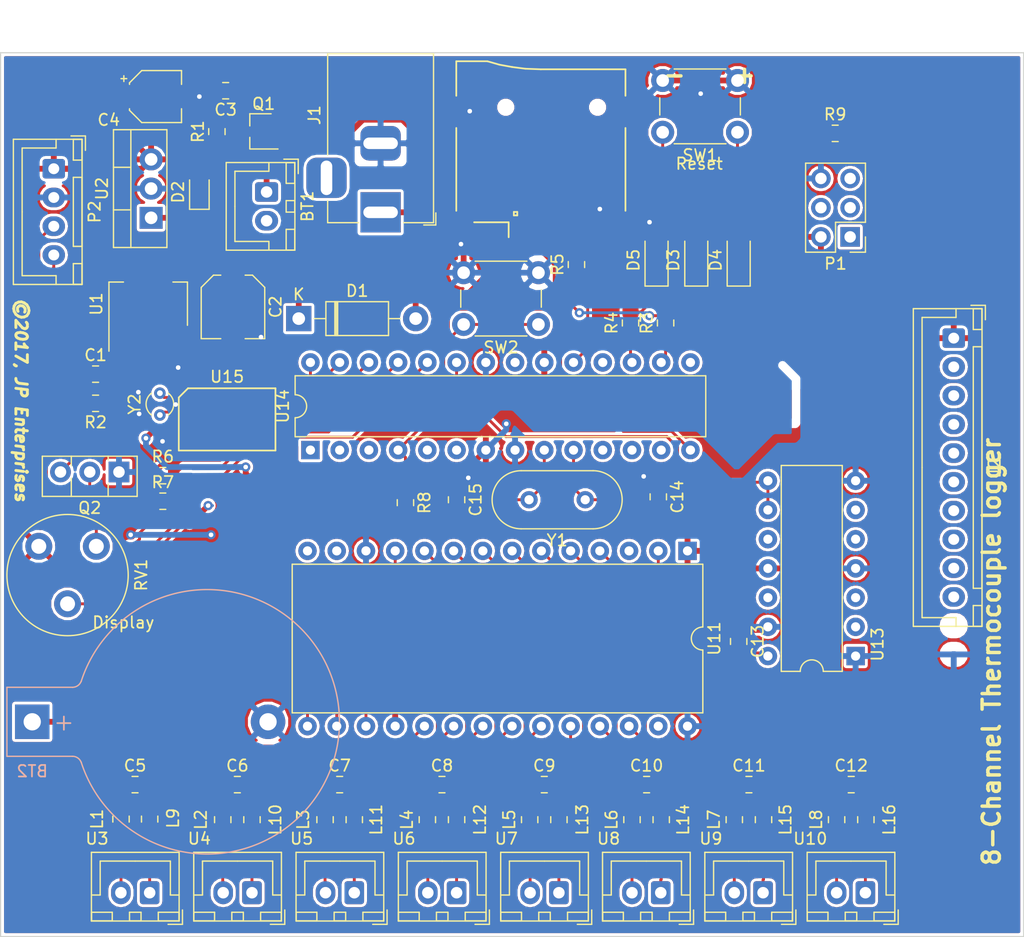
<source format=kicad_pcb>
(kicad_pcb (version 20171130) (host pcbnew "(5.0.2-4-gb601aea34)")
  (title_block (title "8-Channel Thermocouple datalogger") (date 2017-07-29) (rev ca9ed02408) (company "JP Enterprises"))
  (layers (0 F.Cu signal) (31 B.Cu signal) (34 B.Paste user) (35 F.Paste user) (36 B.SilkS user) (37 F.SilkS user) (38 B.Mask user) (39 F.Mask user) (44 Edge.Cuts user))
  (net 0 "")
  (net 1 GND)
  (net 2 "Net-(BT2-Pad1)")
  (net 3 5V0)
  (net 4 3V3)
  (net 5 9V0)
  (net 6 "/Thermocouple connectors/SB1")
  (net 7 "/Thermocouple connectors/SA1")
  (net 8 "/Thermocouple connectors/SA2")
  (net 9 "/Thermocouple connectors/SB2")
  (net 10 "/Thermocouple connectors/SB3")
  (net 11 "/Thermocouple connectors/SA3")
  (net 12 "/Thermocouple connectors/SA4")
  (net 13 "/Thermocouple connectors/SB4")
  (net 14 "/Thermocouple connectors/SB5")
  (net 15 "/Thermocouple connectors/SA5")
  (net 16 "/Thermocouple connectors/SA6")
  (net 17 "/Thermocouple connectors/SB6")
  (net 18 "/Thermocouple connectors/SB7")
  (net 19 "/Thermocouple connectors/SA7")
  (net 20 "/Thermocouple connectors/SA8")
  (net 21 "/Thermocouple connectors/SB8")
  (net 22 DB_MUX)
  (net 23 "Net-(C14-Pad2)")
  (net 24 "Net-(C15-Pad2)")
  (net 25 "Net-(D2-Pad2)")
  (net 26 "Net-(D3-Pad1)")
  (net 27 "Net-(D4-Pad1)")
  (net 28 "Net-(D5-Pad1)")
  (net 29 "Net-(L1-Pad2)")
  (net 30 "Net-(L2-Pad2)")
  (net 31 "Net-(L3-Pad2)")
  (net 32 "Net-(L4-Pad2)")
  (net 33 "Net-(L5-Pad2)")
  (net 34 "Net-(L6-Pad2)")
  (net 35 "Net-(L7-Pad2)")
  (net 36 "Net-(L8-Pad2)")
  (net 37 "Net-(L9-Pad1)")
  (net 38 "Net-(L10-Pad1)")
  (net 39 "Net-(L11-Pad1)")
  (net 40 "Net-(L12-Pad1)")
  (net 41 "Net-(L13-Pad1)")
  (net 42 "Net-(L14-Pad1)")
  (net 43 "Net-(L15-Pad1)")
  (net 44 "Net-(L16-Pad1)")
  (net 45 RESET)
  (net 46 MOSI)
  (net 47 SCK)
  (net 48 MISO)
  (net 49 SCL)
  (net 50 SDA)
  (net 51 "Net-(Q2-Pad3)")
  (net 52 B_LIGHT)
  (net 53 SS)
  (net 54 SLCT0)
  (net 55 SLCT1)
  (net 56 SLCT2)
  (net 57 TEMP)
  (net 58 "Net-(U13-Pad6)")
  (net 59 "Net-(U13-Pad12)")
  (net 60 "Net-(U13-Pad5)")
  (net 61 "Net-(U13-Pad10)")
  (net 62 "Net-(U13-Pad3)")
  (net 63 "Net-(U13-Pad2)")
  (net 64 "Net-(U14-Pad2)")
  (net 65 "Net-(U14-Pad3)")
  (net 66 "Net-(U14-Pad21)")
  (net 67 "Net-(U15-Pad7)")
  (net 68 "Net-(XS1-Pad1)")
  (net 69 "Net-(XS1-Pad8)")
  (net 70 "Net-(XS1-Pad9)")
  (net 71 "Net-(U15-Pad2)")
  (net 72 "Net-(U15-Pad1)")
  (net 73 SUPPLY)
  (net 74 RS)
  (net 75 EN)
  (net 76 DB4)
  (net 77 DB5)
  (net 78 DB6)
  (net 79 DB7)
  (net 80 "Net-(BT1-Pad2)")
  (net 81 SELCT)
  (net 82 "Net-(J2-Pad8)")
  (net 83 "Net-(J2-Pad9)")
  (module Connector_JST:JST_XH_B10B-XH-A_1x10_P2.50mm_Vertical (layer F.Cu) (at 176.8 97.2 270)
    (fp_text reference J2 (at 11.25 -3.55 270) (layer F.SilkS))
    (fp_text value Conn_01x12_Male)
    (pad 1 thru_hole roundrect (at 0 0 270) (size 1.7 1.95) (drill 0.95) (layers *.Cu *.Mask) (roundrect_rratio 0.147059) (net 3 5V0))
    (pad 2 thru_hole oval (at 2.5 0 270) (size 1.7 1.95) (drill 0.95) (layers *.Cu *.Mask) (net 74 RS))
    (pad 3 thru_hole oval (at 5 0 270) (size 1.7 1.95) (drill 0.95) (layers *.Cu *.Mask) (net 75 EN))
    (pad 4 thru_hole oval (at 7.5 0 270) (size 1.7 1.95) (drill 0.95) (layers *.Cu *.Mask) (net 76 DB4))
    (pad 5 thru_hole oval (at 10 0 270) (size 1.7 1.95) (drill 0.95) (layers *.Cu *.Mask) (net 77 DB5))
    (pad 6 thru_hole oval (at 12.5 0 270) (size 1.7 1.95) (drill 0.95) (layers *.Cu *.Mask) (net 78 DB6))
    (pad 7 thru_hole oval (at 15 0 270) (size 1.7 1.95) (drill 0.95) (layers *.Cu *.Mask) (net 79 DB7))
    (pad 8 thru_hole oval (at 17.5 0 270) (size 1.7 1.95) (drill 0.95) (layers *.Cu *.Mask) (net 82 "Net-(J2-Pad8)"))
    (pad 9 thru_hole oval (at 20 0 270) (size 1.7 1.95) (drill 0.95) (layers *.Cu *.Mask) (net 83 "Net-(J2-Pad9)"))
    (pad 10 thru_hole oval (at 22.5 0 270) (size 1.7 1.95) (drill 0.95) (layers *.Cu *.Mask) (net 1 GND))
  )
  (module Battery:BatteryHolder_Keystone_103_1x20mm (layer B.Cu) (at 96.731 130.556)
    (fp_text reference BT2 (at 0 4.3) (layer B.SilkS) (effects (justify mirror)))
    (fp_text value Battery)
    (fp_text user + (at 2.75 0) (layer B.SilkS) (effects (font (size 1.5 1.5)) (justify mirror)))
    (pad 2 thru_hole circle (at 20.49 0) (size 3 3) (drill 1.5) (layers *.Cu *.Mask) (net 1 GND))
    (pad 1 thru_hole rect (at 0 0) (size 3 3) (drill 1.5) (layers *.Cu *.Mask) (net 2 "Net-(BT2-Pad1)"))
  )
  (module Connector_BarrelJack:BarrelJack_Horizontal (layer F.Cu) (at 127 86.264 270)
    (fp_text reference J1 (at -8.45 5.75 270) (layer F.SilkS))
    (fp_text value Barrel_Jack)
    (pad 1 thru_hole rect (at 0 0 270) (size 3.5 3.5) (drill oval 1 3) (layers *.Cu *.Mask) (net 73 SUPPLY))
    (pad 2 thru_hole roundrect (at -6 0 270) (size 3 3.5) (drill oval 1 3) (layers *.Cu *.Mask) (net 1 GND))
    (pad 3 thru_hole roundrect (at -3 4.7 270) (size 3.5 3.5) (drill oval 3 1) (layers *.Cu *.Mask) (net 80 "Net-(BT1-Pad2)"))
  )
  (module Potentiometer_THT:Potentiometer_Piher_PT-10-V05_Vertical (layer F.Cu) (at 97.3 115.3 270)
    (fp_text reference RV1 (at 2.5 -8.9 270) (layer F.SilkS))
    (fp_text value 5k)
    (pad 3 thru_hole circle (at 0 -5 270) (size 2.34 2.34) (drill 1.3) (layers *.Cu *.Mask) (net 83 "Net-(J2-Pad9)"))
    (pad 2 thru_hole circle (at 5 -2.5 270) (size 2.34 2.34) (drill 1.3) (layers *.Cu *.Mask) (net 82 "Net-(J2-Pad8)"))
    (pad 1 thru_hole circle (at 0 0 270) (size 2.34 2.34) (drill 1.3) (layers *.Cu *.Mask) (net 3 5V0))
  )
  (module Connector_JST:JST_XH_B02B-XH-A_1x02_P2.50mm_Vertical (layer F.Cu) (at 115.824 145.415 180)
    (fp_text reference U4 (at 4.572 4.699 180) (layer F.SilkS))
    (fp_text value TC_Connector)
    (pad 2 thru_hole oval (at 2.5 0 180) (size 1.7 2) (drill 1) (layers *.Cu *.Mask) (net 30 "Net-(L2-Pad2)"))
    (pad 1 thru_hole roundrect (at 0 0 180) (size 1.7 2) (drill 1) (layers *.Cu *.Mask) (roundrect_rratio 0.147059) (net 38 "Net-(L10-Pad1)"))
  )
  (module Connector_JST:JST_XH_B02B-XH-A_1x02_P2.50mm_Vertical (layer F.Cu) (at 124.714 145.415 180)
    (fp_text reference U5 (at 4.572 4.699 180) (layer F.SilkS))
    (fp_text value TC_Connector)
    (pad 2 thru_hole oval (at 2.5 0 180) (size 1.7 2) (drill 1) (layers *.Cu *.Mask) (net 31 "Net-(L3-Pad2)"))
    (pad 1 thru_hole roundrect (at 0 0 180) (size 1.7 2) (drill 1) (layers *.Cu *.Mask) (roundrect_rratio 0.147059) (net 39 "Net-(L11-Pad1)"))
  )
  (module Connector_JST:JST_XH_B02B-XH-A_1x02_P2.50mm_Vertical (layer F.Cu) (at 133.604 145.415 180)
    (fp_text reference U6 (at 4.572 4.699 180) (layer F.SilkS))
    (fp_text value TC_Connector)
    (pad 2 thru_hole oval (at 2.5 0 180) (size 1.7 2) (drill 1) (layers *.Cu *.Mask) (net 32 "Net-(L4-Pad2)"))
    (pad 1 thru_hole roundrect (at 0 0 180) (size 1.7 2) (drill 1) (layers *.Cu *.Mask) (roundrect_rratio 0.147059) (net 40 "Net-(L12-Pad1)"))
  )
  (module Connector_JST:JST_XH_B02B-XH-A_1x02_P2.50mm_Vertical (layer F.Cu) (at 142.494 145.415 180)
    (fp_text reference U7 (at 4.572 4.699 180) (layer F.SilkS))
    (fp_text value TC_Connector)
    (pad 2 thru_hole oval (at 2.5 0 180) (size 1.7 2) (drill 1) (layers *.Cu *.Mask) (net 33 "Net-(L5-Pad2)"))
    (pad 1 thru_hole roundrect (at 0 0 180) (size 1.7 2) (drill 1) (layers *.Cu *.Mask) (roundrect_rratio 0.147059) (net 41 "Net-(L13-Pad1)"))
  )
  (module Connector_JST:JST_XH_B02B-XH-A_1x02_P2.50mm_Vertical (layer F.Cu) (at 151.344 145.415 180)
    (fp_text reference U8 (at 4.532 4.699 180) (layer F.SilkS))
    (fp_text value TC_Connector)
    (pad 2 thru_hole oval (at 2.5 0 180) (size 1.7 2) (drill 1) (layers *.Cu *.Mask) (net 34 "Net-(L6-Pad2)"))
    (pad 1 thru_hole roundrect (at 0 0 180) (size 1.7 2) (drill 1) (layers *.Cu *.Mask) (roundrect_rratio 0.147059) (net 42 "Net-(L14-Pad1)"))
  )
  (module Connector_JST:JST_XH_B02B-XH-A_1x02_P2.50mm_Vertical (layer F.Cu) (at 160.234 145.415 180)
    (fp_text reference U9 (at 4.532 4.699 180) (layer F.SilkS))
    (fp_text value TC_Connector)
    (pad 2 thru_hole oval (at 2.5 0 180) (size 1.7 2) (drill 1) (layers *.Cu *.Mask) (net 35 "Net-(L7-Pad2)"))
    (pad 1 thru_hole roundrect (at 0 0 180) (size 1.7 2) (drill 1) (layers *.Cu *.Mask) (roundrect_rratio 0.147059) (net 43 "Net-(L15-Pad1)"))
  )
  (module Connector_JST:JST_XH_B02B-XH-A_1x02_P2.50mm_Vertical (layer F.Cu) (at 169.124 145.415 180)
    (fp_text reference U10 (at 4.786 4.699 180) (layer F.SilkS))
    (fp_text value TC_Connector)
    (pad 2 thru_hole oval (at 2.5 0 180) (size 1.7 2) (drill 1) (layers *.Cu *.Mask) (net 36 "Net-(L8-Pad2)"))
    (pad 1 thru_hole roundrect (at 0 0 180) (size 1.7 2) (drill 1) (layers *.Cu *.Mask) (roundrect_rratio 0.147059) (net 44 "Net-(L16-Pad1)"))
  )
  (module Crystal:Crystal_DS26_D2.0mm_L6.0mm_Vertical (layer F.Cu) (at 107.823 103.886 90)
    (fp_text reference Y2 (at 0.95 -2.2 90) (layer F.SilkS))
    (fp_text value 32.768kHz)
    (pad 1 thru_hole circle (at 0 0 90) (size 1 1) (drill 0.5) (layers *.Cu *.Mask) (net 71 "Net-(U15-Pad2)"))
    (pad 2 thru_hole circle (at 1.9 0 90) (size 1 1) (drill 0.5) (layers *.Cu *.Mask) (net 72 "Net-(U15-Pad1)"))
  )
  (module Connector_JST:JST_XH_B02B-XH-A_1x02_P2.50mm_Vertical (layer F.Cu) (at 106.934 145.415 180)
    (fp_text reference U3 (at 4.572 4.699 180) (layer F.SilkS))
    (fp_text value TC_Connector)
    (pad 2 thru_hole oval (at 2.5 0 180) (size 1.7 2) (drill 1) (layers *.Cu *.Mask) (net 29 "Net-(L1-Pad2)"))
    (pad 1 thru_hole roundrect (at 0 0 180) (size 1.7 2) (drill 1) (layers *.Cu *.Mask) (roundrect_rratio 0.147059) (net 37 "Net-(L9-Pad1)"))
  )
  (module JP_ICs:DS1307 (layer F.Cu) (at 110.998 102.362 180)
    (fp_text reference U15 (at -2.667 1.8) (layer F.SilkS))
    (fp_text value DS1307+)
    (pad 4 smd rect (at -0.067 -3.81 270) (size 0.6 2.2) (layers F.Cu F.Paste F.Mask) (net 1 GND))
    (pad 5 smd rect (at -5.267 -3.81 270) (size 0.6 2.2) (layers F.Cu F.Paste F.Mask) (net 50 SDA))
    (pad 3 smd rect (at -0.067 -2.54 270) (size 0.6 2.2) (layers F.Cu F.Paste F.Mask) (net 2 "Net-(BT2-Pad1)"))
    (pad 6 smd rect (at -5.267 -2.54 270) (size 0.6 2.2) (layers F.Cu F.Paste F.Mask) (net 49 SCL))
    (pad 2 smd rect (at -0.067 -1.27 270) (size 0.6 2.2) (layers F.Cu F.Paste F.Mask) (net 71 "Net-(U15-Pad2)"))
    (pad 7 smd rect (at -5.267 -1.27 270) (size 0.6 2.2) (layers F.Cu F.Paste F.Mask) (net 67 "Net-(U15-Pad7)"))
    (pad 1 smd rect (at -0.067 0 270) (size 0.6 2.2) (layers F.Cu F.Paste F.Mask) (net 72 "Net-(U15-Pad1)"))
    (pad 8 smd rect (at -5.267 0 270) (size 0.6 2.2) (layers F.Cu F.Paste F.Mask) (net 3 5V0))
  )
  (module Capacitor_SMD:C_Elec_5x5.4 (layer F.Cu) (at 114.173 94.488 270)
    (fp_text reference C2 (at 0 -3.7 270) (layer F.SilkS))
    (fp_text value 47uF)
    (pad 1 smd roundrect (at -2.0625 0 270) (size 2.775 1.6) (layers F.Cu F.Paste F.Mask) (roundrect_rratio 0.15625) (net 4 3V3))
    (pad 2 smd roundrect (at 2.0625 0 270) (size 2.775 1.6) (layers F.Cu F.Paste F.Mask) (roundrect_rratio 0.15625) (net 1 GND))
  )
  (module Connector_JST:JST_XH_B02B-XH-A_1x02_P2.50mm_Vertical (layer F.Cu) (at 117.094 84.495 270)
    (fp_text reference BT1 (at 1.25 -3.55 270) (layer F.SilkS))
    (fp_text value 9V)
    (pad 1 thru_hole roundrect (at 0 0 270) (size 1.7 2) (drill 1) (layers *.Cu *.Mask) (roundrect_rratio 0.147059) (net 73 SUPPLY))
    (pad 2 thru_hole oval (at 2.5 0 270) (size 1.7 2) (drill 1) (layers *.Cu *.Mask) (net 80 "Net-(BT1-Pad2)"))
  )
  (module JP_Connectors:Conn_uSDcard (layer F.Cu) (at 140.927 77.13 180)
    (fp_text reference XS1)
    (fp_text value SD_ebay-uSD-push/push_SMD)
    (pad 3 smd rect (at 0 -10.5 180) (size 0.7 1.6) (layers F.Cu F.Paste F.Mask) (net 26 "Net-(D3-Pad1)"))
    (pad "" np_thru_hole circle (at -4.93 0 180) (size 1 1) (drill 1) (layers *.Cu))
    (pad "" np_thru_hole circle (at 3.05 0 180) (size 1 1) (drill 1) (layers *.Cu))
    (pad 2 smd rect (at 1.1 -10.5 180) (size 0.7 1.6) (layers F.Cu F.Paste F.Mask) (net 27 "Net-(D4-Pad1)"))
    (pad 1 smd rect (at 2.2 -10.5 180) (size 0.7 1.6) (layers F.Cu F.Paste F.Mask) (net 68 "Net-(XS1-Pad1)"))
    (pad 4 smd rect (at -1.1 -10.5 180) (size 0.7 1.6) (layers F.Cu F.Paste F.Mask) (net 4 3V3))
    (pad 5 smd rect (at -2.2 -10.5 180) (size 0.7 1.6) (layers F.Cu F.Paste F.Mask) (net 28 "Net-(D5-Pad1)"))
    (pad 6 smd rect (at -3.3 -10.5 180) (size 0.7 1.6) (layers F.Cu F.Paste F.Mask) (net 1 GND))
    (pad 8 smd rect (at -5.5 -10.5 180) (size 0.7 1.6) (layers F.Cu F.Paste F.Mask) (net 69 "Net-(XS1-Pad8)"))
    (pad 7 smd rect (at -4.4 -10.5 180) (size 0.7 1.6) (layers F.Cu F.Paste F.Mask) (net 48 MISO))
    (pad 9 smd rect (at -6.6 -10.5 180) (size 0.7 1.6) (layers F.Cu F.Paste F.Mask) (net 70 "Net-(XS1-Pad9)"))
    (pad 6 smd rect (at -7.75 -10 180) (size 1.2 1.4) (layers F.Cu F.Paste F.Mask) (net 1 GND))
    (pad 6 smd rect (at 6.85 -10 180) (size 1.6 1.4) (layers F.Cu F.Paste F.Mask) (net 1 GND))
    (pad 6 smd rect (at -7.75 -0.4 180) (size 1.2 2.2) (layers F.Cu F.Paste F.Mask) (net 1 GND))
    (pad 6 smd rect (at 7.75 -0.4 180) (size 1.2 2.2) (layers F.Cu F.Paste F.Mask) (net 1 GND))
  )
  (module Package_TO_SOT_THT:TO-126-3_Vertical (layer F.Cu) (at 104.267 108.839 180)
    (fp_text reference Q2 (at 2.54 -3.12 180) (layer F.SilkS))
    (fp_text value BD139)
    (pad 3 thru_hole oval (at 5.08 0 180) (size 1.8 1.8) (drill 1) (layers *.Cu *.Mask) (net 51 "Net-(Q2-Pad3)"))
    (pad 2 thru_hole oval (at 2.54 0 180) (size 1.8 1.8) (drill 1) (layers *.Cu *.Mask) (net 83 "Net-(J2-Pad9)"))
    (pad 1 thru_hole rect (at 0 0 180) (size 1.8 1.8) (drill 1) (layers *.Cu *.Mask) (net 1 GND))
  )
  (module Package_DIP:DIP-14_W7.62mm (layer F.Cu) (at 168.275 124.841 180)
    (fp_text reference U13 (at -1.905 1.016 270) (layer F.SilkS))
    (fp_text value AD595)
    (pad 14 thru_hole oval (at 7.62 0 180) (size 1.6 1.6) (drill 0.8) (layers *.Cu *.Mask) (net 22 DB_MUX))
    (pad 7 thru_hole oval (at 0 15.24 180) (size 1.6 1.6) (drill 0.8) (layers *.Cu *.Mask) (net 1 GND))
    (pad 13 thru_hole oval (at 7.62 2.54 180) (size 1.6 1.6) (drill 0.8) (layers *.Cu *.Mask) (net 1 GND))
    (pad 6 thru_hole oval (at 0 12.7 180) (size 1.6 1.6) (drill 0.8) (layers *.Cu *.Mask) (net 58 "Net-(U13-Pad6)"))
    (pad 12 thru_hole oval (at 7.62 5.08 180) (size 1.6 1.6) (drill 0.8) (layers *.Cu *.Mask) (net 59 "Net-(U13-Pad12)"))
    (pad 5 thru_hole oval (at 0 10.16 180) (size 1.6 1.6) (drill 0.8) (layers *.Cu *.Mask) (net 60 "Net-(U13-Pad5)"))
    (pad 11 thru_hole oval (at 7.62 7.62 180) (size 1.6 1.6) (drill 0.8) (layers *.Cu *.Mask) (net 3 5V0))
    (pad 4 thru_hole oval (at 0 7.62 180) (size 1.6 1.6) (drill 0.8) (layers *.Cu *.Mask) (net 1 GND))
    (pad 10 thru_hole oval (at 7.62 10.16 180) (size 1.6 1.6) (drill 0.8) (layers *.Cu *.Mask) (net 61 "Net-(U13-Pad10)"))
    (pad 3 thru_hole oval (at 0 5.08 180) (size 1.6 1.6) (drill 0.8) (layers *.Cu *.Mask) (net 62 "Net-(U13-Pad3)"))
    (pad 9 thru_hole oval (at 7.62 12.7 180) (size 1.6 1.6) (drill 0.8) (layers *.Cu *.Mask) (net 57 TEMP))
    (pad 2 thru_hole oval (at 0 2.54 180) (size 1.6 1.6) (drill 0.8) (layers *.Cu *.Mask) (net 63 "Net-(U13-Pad2)"))
    (pad 8 thru_hole oval (at 7.62 15.24 180) (size 1.6 1.6) (drill 0.8) (layers *.Cu *.Mask) (net 57 TEMP))
    (pad 1 thru_hole rect (at 0 0 180) (size 1.6 1.6) (drill 0.8) (layers *.Cu *.Mask) (net 1 GND))
  )
  (module Diode_THT:D_DO-41_SOD81_P10.16mm_Horizontal (layer F.Cu) (at 119.888 95.504)
    (fp_text reference D1 (at 5.08 -2.41) (layer F.SilkS))
    (fp_text value 1N4007)
    (fp_text user K (at 0 -2.1) (layer F.SilkS))
    (pad 2 thru_hole oval (at 10.16 0) (size 2.2 2.2) (drill 1.1) (layers *.Cu *.Mask) (net 73 SUPPLY))
    (pad 1 thru_hole rect (at 0 0) (size 2.2 2.2) (drill 1.1) (layers *.Cu *.Mask) (net 5 9V0))
  )
  (module Button_Switch_THT:SW_PUSH_6mm_H5mm (layer F.Cu) (at 140.716 96.012 180)
    (fp_text reference SW2 (at 3.25 -2 180) (layer F.SilkS))
    (fp_text value SW_Push)
    (pad 1 thru_hole circle (at 6.5 0 270) (size 2 2) (drill 1.1) (layers *.Cu *.Mask) (net 81 SELCT))
    (pad 2 thru_hole circle (at 6.5 4.5 270) (size 2 2) (drill 1.1) (layers *.Cu *.Mask) (net 1 GND))
    (pad 1 thru_hole circle (at 0 0 270) (size 2 2) (drill 1.1) (layers *.Cu *.Mask) (net 81 SELCT))
    (pad 2 thru_hole circle (at 0 4.5 270) (size 2 2) (drill 1.1) (layers *.Cu *.Mask) (net 1 GND))
  )
  (module Button_Switch_THT:SW_PUSH_6mm_H5mm (layer F.Cu) (at 158.011 79.303 180)
    (fp_text reference SW1 (at 3.25 -2 180) (layer F.SilkS))
    (fp_text value SW_Push)
    (pad 1 thru_hole circle (at 6.5 0 270) (size 2 2) (drill 1.1) (layers *.Cu *.Mask) (net 45 RESET))
    (pad 2 thru_hole circle (at 6.5 4.5 270) (size 2 2) (drill 1.1) (layers *.Cu *.Mask) (net 1 GND))
    (pad 1 thru_hole circle (at 0 0 270) (size 2 2) (drill 1.1) (layers *.Cu *.Mask) (net 45 RESET))
    (pad 2 thru_hole circle (at 0 4.5 270) (size 2 2) (drill 1.1) (layers *.Cu *.Mask) (net 1 GND))
  )
  (module Connector_PinHeader_2.54mm:PinHeader_2x03_P2.54mm_Vertical (layer F.Cu) (at 167.8 88.4 180)
    (fp_text reference P1 (at 1.27 -2.33 180) (layer F.SilkS))
    (fp_text value CONN_02X03)
    (pad 6 thru_hole oval (at 2.54 5.08 180) (size 1.7 1.7) (drill 1) (layers *.Cu *.Mask) (net 1 GND))
    (pad 5 thru_hole oval (at 0 5.08 180) (size 1.7 1.7) (drill 1) (layers *.Cu *.Mask) (net 45 RESET))
    (pad 4 thru_hole oval (at 2.54 2.54 180) (size 1.7 1.7) (drill 1) (layers *.Cu *.Mask) (net 46 MOSI))
    (pad 3 thru_hole oval (at 0 2.54 180) (size 1.7 1.7) (drill 1) (layers *.Cu *.Mask) (net 47 SCK))
    (pad 2 thru_hole oval (at 2.54 0 180) (size 1.7 1.7) (drill 1) (layers *.Cu *.Mask) (net 3 5V0))
    (pad 1 thru_hole rect (at 0 0 180) (size 1.7 1.7) (drill 1) (layers *.Cu *.Mask) (net 48 MISO))
  )
  (module Package_TO_SOT_SMD:SOT-223 (layer F.Cu) (at 106.807 94.234 90)
    (fp_text reference U1 (at 0 -4.5 90) (layer F.SilkS))
    (fp_text value LM3940)
    (pad 4 smd rect (at 3.15 0 90) (size 2 3.8) (layers F.Cu F.Paste F.Mask))
    (pad 2 smd rect (at -3.15 0 90) (size 2 1.5) (layers F.Cu F.Paste F.Mask) (net 1 GND))
    (pad 3 smd rect (at -3.15 2.3 90) (size 2 1.5) (layers F.Cu F.Paste F.Mask) (net 4 3V3))
    (pad 1 smd rect (at -3.15 -2.3 90) (size 2 1.5) (layers F.Cu F.Paste F.Mask) (net 3 5V0))
  )
  (module Package_TO_SOT_THT:TO-220-3_Vertical (layer F.Cu) (at 107.061 86.741 90)
    (fp_text reference U2 (at 2.54 -4.27 90) (layer F.SilkS))
    (fp_text value 7805)
    (pad 3 thru_hole oval (at 5.08 0 90) (size 1.905 2) (drill 1.1) (layers *.Cu *.Mask) (net 3 5V0))
    (pad 2 thru_hole oval (at 2.54 0 90) (size 1.905 2) (drill 1.1) (layers *.Cu *.Mask) (net 1 GND))
    (pad 1 thru_hole rect (at 0 0 90) (size 1.905 2) (drill 1.1) (layers *.Cu *.Mask) (net 5 9V0))
  )
  (module Package_TO_SOT_SMD:TSOT-23 (layer F.Cu) (at 116.586 79.248 180)
    (fp_text reference Q1 (at -0.254 2.413 180) (layer F.SilkS))
    (fp_text value BS250)
    (pad 3 smd rect (at 1.31 0 180) (size 1.22 0.65) (layers F.Cu F.Paste F.Mask) (net 5 9V0))
    (pad 2 smd rect (at -1.31 0.95 180) (size 1.22 0.65) (layers F.Cu F.Paste F.Mask) (net 25 "Net-(D2-Pad2)"))
    (pad 1 smd rect (at -1.31 -0.95 180) (size 1.22 0.65) (layers F.Cu F.Paste F.Mask) (net 73 SUPPLY))
  )
  (module Package_DIP:DIP-28_W7.62mm (layer F.Cu) (at 120.904 106.934 90)
    (fp_text reference U14 (at 3.81 -2.39 90) (layer F.SilkS))
    (fp_text value ATMEGA328P-PU)
    (pad 28 thru_hole oval (at 7.62 0 90) (size 1.6 1.6) (drill 0.8) (layers *.Cu *.Mask) (net 49 SCL))
    (pad 14 thru_hole oval (at 0 33.02 90) (size 1.6 1.6) (drill 0.8) (layers *.Cu *.Mask) (net 52 B_LIGHT))
    (pad 27 thru_hole oval (at 7.62 2.54 90) (size 1.6 1.6) (drill 0.8) (layers *.Cu *.Mask) (net 50 SDA))
    (pad 13 thru_hole oval (at 0 30.48 90) (size 1.6 1.6) (drill 0.8) (layers *.Cu *.Mask) (net 79 DB7))
    (pad 26 thru_hole oval (at 7.62 5.08 90) (size 1.6 1.6) (drill 0.8) (layers *.Cu *.Mask) (net 56 SLCT2))
    (pad 12 thru_hole oval (at 0 27.94 90) (size 1.6 1.6) (drill 0.8) (layers *.Cu *.Mask) (net 78 DB6))
    (pad 25 thru_hole oval (at 7.62 7.62 90) (size 1.6 1.6) (drill 0.8) (layers *.Cu *.Mask) (net 55 SLCT1))
    (pad 11 thru_hole oval (at 0 25.4 90) (size 1.6 1.6) (drill 0.8) (layers *.Cu *.Mask) (net 77 DB5))
    (pad 24 thru_hole oval (at 7.62 10.16 90) (size 1.6 1.6) (drill 0.8) (layers *.Cu *.Mask) (net 54 SLCT0))
    (pad 10 thru_hole oval (at 0 22.86 90) (size 1.6 1.6) (drill 0.8) (layers *.Cu *.Mask) (net 23 "Net-(C14-Pad2)"))
    (pad 23 thru_hole oval (at 7.62 12.7 90) (size 1.6 1.6) (drill 0.8) (layers *.Cu *.Mask) (net 57 TEMP))
    (pad 9 thru_hole oval (at 0 20.32 90) (size 1.6 1.6) (drill 0.8) (layers *.Cu *.Mask) (net 24 "Net-(C15-Pad2)"))
    (pad 22 thru_hole oval (at 7.62 15.24 90) (size 1.6 1.6) (drill 0.8) (layers *.Cu *.Mask) (net 1 GND))
    (pad 8 thru_hole oval (at 0 17.78 90) (size 1.6 1.6) (drill 0.8) (layers *.Cu *.Mask) (net 1 GND))
    (pad 21 thru_hole oval (at 7.62 17.78 90) (size 1.6 1.6) (drill 0.8) (layers *.Cu *.Mask) (net 66 "Net-(U14-Pad21)"))
    (pad 7 thru_hole oval (at 0 15.24 90) (size 1.6 1.6) (drill 0.8) (layers *.Cu *.Mask) (net 3 5V0))
    (pad 20 thru_hole oval (at 7.62 20.32 90) (size 1.6 1.6) (drill 0.8) (layers *.Cu *.Mask) (net 3 5V0))
    (pad 6 thru_hole oval (at 0 12.7 90) (size 1.6 1.6) (drill 0.8) (layers *.Cu *.Mask) (net 76 DB4))
    (pad 19 thru_hole oval (at 7.62 22.86 90) (size 1.6 1.6) (drill 0.8) (layers *.Cu *.Mask) (net 47 SCK))
    (pad 5 thru_hole oval (at 0 10.16 90) (size 1.6 1.6) (drill 0.8) (layers *.Cu *.Mask) (net 75 EN))
    (pad 18 thru_hole oval (at 7.62 25.4 90) (size 1.6 1.6) (drill 0.8) (layers *.Cu *.Mask) (net 48 MISO))
    (pad 4 thru_hole oval (at 0 7.62 90) (size 1.6 1.6) (drill 0.8) (layers *.Cu *.Mask) (net 81 SELCT))
    (pad 17 thru_hole oval (at 7.62 27.94 90) (size 1.6 1.6) (drill 0.8) (layers *.Cu *.Mask) (net 46 MOSI))
    (pad 3 thru_hole oval (at 0 5.08 90) (size 1.6 1.6) (drill 0.8) (layers *.Cu *.Mask) (net 65 "Net-(U14-Pad3)"))
    (pad 16 thru_hole oval (at 7.62 30.48 90) (size 1.6 1.6) (drill 0.8) (layers *.Cu *.Mask) (net 53 SS))
    (pad 2 thru_hole oval (at 0 2.54 90) (size 1.6 1.6) (drill 0.8) (layers *.Cu *.Mask) (net 64 "Net-(U14-Pad2)"))
    (pad 15 thru_hole oval (at 7.62 33.02 90) (size 1.6 1.6) (drill 0.8) (layers *.Cu *.Mask) (net 74 RS))
    (pad 1 thru_hole rect (at 0 0 90) (size 1.6 1.6) (drill 0.8) (layers *.Cu *.Mask) (net 45 RESET))
  )
  (module Package_DIP:DIP-28_W15.24mm (layer F.Cu) (at 153.67 115.697 270)
    (fp_text reference U11 (at 7.62 -2.33 270) (layer F.SilkS))
    (fp_text value ADG407)
    (pad 1 thru_hole rect (at 0 0 270) (size 1.6 1.6) (drill 0.8) (layers *.Cu *.Mask) (net 3 5V0))
    (pad 15 thru_hole oval (at 15.24 33.02 270) (size 1.6 1.6) (drill 0.8) (layers *.Cu *.Mask) (net 56 SLCT2))
    (pad 2 thru_hole oval (at 0 2.54 270) (size 1.6 1.6) (drill 0.8) (layers *.Cu *.Mask) (net 22 DB_MUX))
    (pad 16 thru_hole oval (at 15.24 30.48 270) (size 1.6 1.6) (drill 0.8) (layers *.Cu *.Mask) (net 55 SLCT1))
    (pad 3 thru_hole oval (at 0 5.08 270) (size 1.6 1.6) (drill 0.8) (layers *.Cu *.Mask))
    (pad 17 thru_hole oval (at 15.24 27.94 270) (size 1.6 1.6) (drill 0.8) (layers *.Cu *.Mask) (net 54 SLCT0))
    (pad 4 thru_hole oval (at 0 7.62 270) (size 1.6 1.6) (drill 0.8) (layers *.Cu *.Mask) (net 21 "/Thermocouple connectors/SB8"))
    (pad 18 thru_hole oval (at 15.24 25.4 270) (size 1.6 1.6) (drill 0.8) (layers *.Cu *.Mask) (net 3 5V0))
    (pad 5 thru_hole oval (at 0 10.16 270) (size 1.6 1.6) (drill 0.8) (layers *.Cu *.Mask) (net 18 "/Thermocouple connectors/SB7"))
    (pad 19 thru_hole oval (at 15.24 22.86 270) (size 1.6 1.6) (drill 0.8) (layers *.Cu *.Mask) (net 7 "/Thermocouple connectors/SA1"))
    (pad 6 thru_hole oval (at 0 12.7 270) (size 1.6 1.6) (drill 0.8) (layers *.Cu *.Mask) (net 17 "/Thermocouple connectors/SB6"))
    (pad 20 thru_hole oval (at 15.24 20.32 270) (size 1.6 1.6) (drill 0.8) (layers *.Cu *.Mask) (net 8 "/Thermocouple connectors/SA2"))
    (pad 7 thru_hole oval (at 0 15.24 270) (size 1.6 1.6) (drill 0.8) (layers *.Cu *.Mask) (net 14 "/Thermocouple connectors/SB5"))
    (pad 21 thru_hole oval (at 15.24 17.78 270) (size 1.6 1.6) (drill 0.8) (layers *.Cu *.Mask) (net 11 "/Thermocouple connectors/SA3"))
    (pad 8 thru_hole oval (at 0 17.78 270) (size 1.6 1.6) (drill 0.8) (layers *.Cu *.Mask) (net 13 "/Thermocouple connectors/SB4"))
    (pad 22 thru_hole oval (at 15.24 15.24 270) (size 1.6 1.6) (drill 0.8) (layers *.Cu *.Mask) (net 12 "/Thermocouple connectors/SA4"))
    (pad 9 thru_hole oval (at 0 20.32 270) (size 1.6 1.6) (drill 0.8) (layers *.Cu *.Mask) (net 10 "/Thermocouple connectors/SB3"))
    (pad 23 thru_hole oval (at 15.24 12.7 270) (size 1.6 1.6) (drill 0.8) (layers *.Cu *.Mask) (net 15 "/Thermocouple connectors/SA5"))
    (pad 10 thru_hole oval (at 0 22.86 270) (size 1.6 1.6) (drill 0.8) (layers *.Cu *.Mask) (net 9 "/Thermocouple connectors/SB2"))
    (pad 24 thru_hole oval (at 15.24 10.16 270) (size 1.6 1.6) (drill 0.8) (layers *.Cu *.Mask) (net 16 "/Thermocouple connectors/SA6"))
    (pad 11 thru_hole oval (at 0 25.4 270) (size 1.6 1.6) (drill 0.8) (layers *.Cu *.Mask) (net 6 "/Thermocouple connectors/SB1"))
    (pad 25 thru_hole oval (at 15.24 7.62 270) (size 1.6 1.6) (drill 0.8) (layers *.Cu *.Mask) (net 19 "/Thermocouple connectors/SA7"))
    (pad 12 thru_hole oval (at 0 27.94 270) (size 1.6 1.6) (drill 0.8) (layers *.Cu *.Mask) (net 1 GND))
    (pad 26 thru_hole oval (at 15.24 5.08 270) (size 1.6 1.6) (drill 0.8) (layers *.Cu *.Mask) (net 20 "/Thermocouple connectors/SA8"))
    (pad 13 thru_hole oval (at 0 30.48 270) (size 1.6 1.6) (drill 0.8) (layers *.Cu *.Mask))
    (pad 27 thru_hole oval (at 15.24 2.54 270) (size 1.6 1.6) (drill 0.8) (layers *.Cu *.Mask))
    (pad 14 thru_hole oval (at 0 33.02 270) (size 1.6 1.6) (drill 0.8) (layers *.Cu *.Mask))
    (pad 28 thru_hole oval (at 15.24 0 270) (size 1.6 1.6) (drill 0.8) (layers *.Cu *.Mask) (net 1 GND))
  )
  (module Crystal:Crystal_HC49-U_Vertical (layer F.Cu) (at 144.78 111.252 180)
    (fp_text reference Y1 (at 2.44 -3.525 180) (layer F.SilkS))
    (fp_text value 16MHz)
    (pad 2 thru_hole circle (at 4.88 0 180) (size 1.5 1.5) (drill 0.8) (layers *.Cu *.Mask) (net 24 "Net-(C15-Pad2)"))
    (pad 1 thru_hole circle (at 0 0 180) (size 1.5 1.5) (drill 0.8) (layers *.Cu *.Mask) (net 23 "Net-(C14-Pad2)"))
  )
  (module Diode_SMD:D_SOD-323 (layer F.Cu) (at 111.252 84.502 90)
    (fp_text reference D2 (at 0 -1.85 90) (layer F.SilkS))
    (fp_text value 9V)
    (pad 2 smd rect (at 1.05 0 90) (size 0.6 0.45) (layers F.Cu F.Paste F.Mask) (net 25 "Net-(D2-Pad2)"))
    (pad 1 smd rect (at -1.05 0 90) (size 0.6 0.45) (layers F.Cu F.Paste F.Mask) (net 5 9V0))
  )
  (module Diode_SMD:D_SOD-123 (layer F.Cu) (at 158.115 90.424 90)
    (fp_text reference D4 (at 0 -2 90) (layer F.SilkS))
    (fp_text value 3.3V)
    (pad 2 smd rect (at 1.65 0 90) (size 0.9 1.2) (layers F.Cu F.Paste F.Mask) (net 1 GND))
    (pad 1 smd rect (at -1.65 0 90) (size 0.9 1.2) (layers F.Cu F.Paste F.Mask) (net 27 "Net-(D4-Pad1)"))
  )
  (module Diode_SMD:D_SOD-123 (layer F.Cu) (at 154.432 90.424 90)
    (fp_text reference D3 (at 0 -2 90) (layer F.SilkS))
    (fp_text value 3.3V)
    (pad 2 smd rect (at 1.65 0 90) (size 0.9 1.2) (layers F.Cu F.Paste F.Mask) (net 1 GND))
    (pad 1 smd rect (at -1.65 0 90) (size 0.9 1.2) (layers F.Cu F.Paste F.Mask) (net 26 "Net-(D3-Pad1)"))
  )
  (module Diode_SMD:D_SOD-123 (layer F.Cu) (at 150.9776 90.424 90)
    (fp_text reference D5 (at 0 -2 90) (layer F.SilkS))
    (fp_text value 3.3V)
    (pad 2 smd rect (at 1.65 0 90) (size 0.9 1.2) (layers F.Cu F.Paste F.Mask) (net 1 GND))
    (pad 1 smd rect (at -1.65 0 90) (size 0.9 1.2) (layers F.Cu F.Paste F.Mask) (net 28 "Net-(D5-Pad1)"))
  )
  (module Resistor_SMD:R_0805_2012Metric (layer F.Cu) (at 108.077 111.379)
    (fp_text reference R7 (at 0 -1.65) (layer F.SilkS))
    (fp_text value 10K)
    (pad 2 smd roundrect (at 0.9375 0) (size 0.975 1.4) (layers F.Cu F.Paste F.Mask) (net 50 SDA))
    (pad 1 smd roundrect (at -0.9375 0) (size 0.975 1.4) (layers F.Cu F.Paste F.Mask) (net 3 5V0))
  )
  (module Resistor_SMD:R_0805_2012Metric (layer F.Cu) (at 108.077 109.1565)
    (fp_text reference R6 (at 0 -1.65) (layer F.SilkS))
    (fp_text value 10K)
    (pad 2 smd roundrect (at 0.9375 0) (size 0.975 1.4) (layers F.Cu F.Paste F.Mask) (net 49 SCL))
    (pad 1 smd roundrect (at -0.9375 0) (size 0.975 1.4) (layers F.Cu F.Paste F.Mask) (net 3 5V0))
  )
  (module Resistor_SMD:R_0805_2012Metric (layer F.Cu) (at 129.159 111.506 270)
    (fp_text reference R8 (at 0 -1.65 270) (layer F.SilkS))
    (fp_text value 10K)
    (pad 2 smd roundrect (at 0.9375 0 270) (size 0.975 1.4) (layers F.Cu F.Paste F.Mask) (net 3 5V0))
    (pad 1 smd roundrect (at -0.9375 0 270) (size 0.975 1.4) (layers F.Cu F.Paste F.Mask) (net 81 SELCT))
  )
  (module Resistor_SMD:R_0805_2012Metric (layer F.Cu) (at 112.776 79.248 90)
    (fp_text reference R1 (at 0 -1.65 90) (layer F.SilkS))
    (fp_text value 10K)
    (pad 2 smd roundrect (at 0.9375 0 90) (size 0.975 1.4) (layers F.Cu F.Paste F.Mask) (net 1 GND))
    (pad 1 smd roundrect (at -0.9375 0 90) (size 0.975 1.4) (layers F.Cu F.Paste F.Mask) (net 25 "Net-(D2-Pad2)"))
  )
  (module Resistor_SMD:R_0805_2012Metric (layer F.Cu) (at 148.717 95.885 90)
    (fp_text reference R4 (at 0 -1.65 90) (layer F.SilkS))
    (fp_text value 220R)
    (pad 2 smd roundrect (at 0.9375 0 90) (size 0.975 1.4) (layers F.Cu F.Paste F.Mask) (net 26 "Net-(D3-Pad1)"))
    (pad 1 smd roundrect (at -0.9375 0 90) (size 0.975 1.4) (layers F.Cu F.Paste F.Mask) (net 46 MOSI))
  )
  (module Resistor_SMD:R_0805_2012Metric (layer F.Cu) (at 144.018 90.805 90)
    (fp_text reference R5 (at 0 -1.65 90) (layer F.SilkS))
    (fp_text value 220R)
    (pad 2 smd roundrect (at 0.9375 0 90) (size 0.975 1.4) (layers F.Cu F.Paste F.Mask) (net 28 "Net-(D5-Pad1)"))
    (pad 1 smd roundrect (at -0.9375 0 90) (size 0.975 1.4) (layers F.Cu F.Paste F.Mask) (net 47 SCK))
  )
  (module Resistor_SMD:R_0805_2012Metric (layer F.Cu) (at 151.765 95.885 90)
    (fp_text reference R3 (at 0 -1.65 90) (layer F.SilkS))
    (fp_text value 220R)
    (pad 2 smd roundrect (at 0.9375 0 90) (size 0.975 1.4) (layers F.Cu F.Paste F.Mask) (net 27 "Net-(D4-Pad1)"))
    (pad 1 smd roundrect (at -0.9375 0 90) (size 0.975 1.4) (layers F.Cu F.Paste F.Mask) (net 53 SS))
  )
  (module Resistor_SMD:R_0805_2012Metric (layer F.Cu) (at 102.235 102.87 180)
    (fp_text reference R2 (at 0 -1.65 180) (layer F.SilkS))
    (fp_text value 10K)
    (pad 1 smd roundrect (at -0.9375 0 180) (size 0.975 1.4) (layers F.Cu F.Paste F.Mask) (net 52 B_LIGHT))
    (pad 2 smd roundrect (at 0.9375 0 180) (size 0.975 1.4) (layers F.Cu F.Paste F.Mask) (net 51 "Net-(Q2-Pad3)"))
  )
  (module Inductor_SMD:L_0805_2012Metric (layer F.Cu) (at 142.494 139.065 90)
    (fp_text reference L13 (at 0 2.032 90) (layer F.SilkS))
    (fp_text value 150)
    (pad 2 smd roundrect (at 0.9375 0 90) (size 0.975 1.4) (layers F.Cu F.Paste F.Mask) (net 14 "/Thermocouple connectors/SB5"))
    (pad 1 smd roundrect (at -0.9375 0 90) (size 0.975 1.4) (layers F.Cu F.Paste F.Mask) (net 41 "Net-(L13-Pad1)"))
  )
  (module Inductor_SMD:L_0805_2012Metric (layer F.Cu) (at 157.734 139.065 270)
    (fp_text reference L7 (at 0 1.778 270) (layer F.SilkS))
    (fp_text value 150)
    (pad 2 smd roundrect (at 0.9375 0 270) (size 0.975 1.4) (layers F.Cu F.Paste F.Mask) (net 35 "Net-(L7-Pad2)"))
    (pad 1 smd roundrect (at -0.9375 0 270) (size 0.975 1.4) (layers F.Cu F.Paste F.Mask) (net 19 "/Thermocouple connectors/SA7"))
  )
  (module Inductor_SMD:L_0805_2012Metric (layer F.Cu) (at 106.934 139.0142 90)
    (fp_text reference L9 (at 0.0762 2.032 90) (layer F.SilkS))
    (fp_text value 150)
    (pad 2 smd roundrect (at 0.9375 0 90) (size 0.975 1.4) (layers F.Cu F.Paste F.Mask) (net 6 "/Thermocouple connectors/SB1"))
    (pad 1 smd roundrect (at -0.9375 0 90) (size 0.975 1.4) (layers F.Cu F.Paste F.Mask) (net 37 "Net-(L9-Pad1)"))
  )
  (module Inductor_SMD:L_0805_2012Metric (layer F.Cu) (at 104.4448 139.0142 270)
    (fp_text reference L1 (at 0 2.0828 270) (layer F.SilkS))
    (fp_text value 150)
    (pad 2 smd roundrect (at 0.9375 0 270) (size 0.975 1.4) (layers F.Cu F.Paste F.Mask) (net 29 "Net-(L1-Pad2)"))
    (pad 1 smd roundrect (at -0.9375 0 270) (size 0.975 1.4) (layers F.Cu F.Paste F.Mask) (net 7 "/Thermocouple connectors/SA1"))
  )
  (module Inductor_SMD:L_0805_2012Metric (layer F.Cu) (at 113.284 139.065 270)
    (fp_text reference L2 (at 0 1.905 270) (layer F.SilkS))
    (fp_text value 150)
    (pad 2 smd roundrect (at 0.9375 0 270) (size 0.975 1.4) (layers F.Cu F.Paste F.Mask) (net 30 "Net-(L2-Pad2)"))
    (pad 1 smd roundrect (at -0.9375 0 270) (size 0.975 1.4) (layers F.Cu F.Paste F.Mask) (net 8 "/Thermocouple connectors/SA2"))
  )
  (module Inductor_SMD:L_0805_2012Metric (layer F.Cu) (at 122.174 139.065 270)
    (fp_text reference L3 (at 0 1.905 270) (layer F.SilkS))
    (fp_text value 150)
    (pad 2 smd roundrect (at 0.9375 0 270) (size 0.975 1.4) (layers F.Cu F.Paste F.Mask) (net 31 "Net-(L3-Pad2)"))
    (pad 1 smd roundrect (at -0.9375 0 270) (size 0.975 1.4) (layers F.Cu F.Paste F.Mask) (net 11 "/Thermocouple connectors/SA3"))
  )
  (module Inductor_SMD:L_0805_2012Metric (layer F.Cu) (at 131.064 139.065 270)
    (fp_text reference L4 (at 0 1.778 270) (layer F.SilkS))
    (fp_text value 150)
    (pad 2 smd roundrect (at 0.9375 0 270) (size 0.975 1.4) (layers F.Cu F.Paste F.Mask) (net 32 "Net-(L4-Pad2)"))
    (pad 1 smd roundrect (at -0.9375 0 270) (size 0.975 1.4) (layers F.Cu F.Paste F.Mask) (net 12 "/Thermocouple connectors/SA4"))
  )
  (module Inductor_SMD:L_0805_2012Metric (layer F.Cu) (at 139.954 139.065 270)
    (fp_text reference L5 (at 0 1.778 270) (layer F.SilkS))
    (fp_text value 150)
    (pad 2 smd roundrect (at 0.9375 0 270) (size 0.975 1.4) (layers F.Cu F.Paste F.Mask) (net 33 "Net-(L5-Pad2)"))
    (pad 1 smd roundrect (at -0.9375 0 270) (size 0.975 1.4) (layers F.Cu F.Paste F.Mask) (net 15 "/Thermocouple connectors/SA5"))
  )
  (module Inductor_SMD:L_0805_2012Metric (layer F.Cu) (at 148.844 139.065 270)
    (fp_text reference L6 (at 0 1.778 270) (layer F.SilkS))
    (fp_text value 150)
    (pad 2 smd roundrect (at 0.9375 0 270) (size 0.975 1.4) (layers F.Cu F.Paste F.Mask) (net 34 "Net-(L6-Pad2)"))
    (pad 1 smd roundrect (at -0.9375 0 270) (size 0.975 1.4) (layers F.Cu F.Paste F.Mask) (net 16 "/Thermocouple connectors/SA6"))
  )
  (module Inductor_SMD:L_0805_2012Metric (layer F.Cu) (at 166.624 139.065 270)
    (fp_text reference L8 (at 0 1.778 270) (layer F.SilkS))
    (fp_text value 150)
    (pad 2 smd roundrect (at 0.9375 0 270) (size 0.975 1.4) (layers F.Cu F.Paste F.Mask) (net 36 "Net-(L8-Pad2)"))
    (pad 1 smd roundrect (at -0.9375 0 270) (size 0.975 1.4) (layers F.Cu F.Paste F.Mask) (net 20 "/Thermocouple connectors/SA8"))
  )
  (module Inductor_SMD:L_0805_2012Metric (layer F.Cu) (at 115.824 139.065 90)
    (fp_text reference L10 (at 0 2.032 90) (layer F.SilkS))
    (fp_text value 150)
    (pad 2 smd roundrect (at 0.9375 0 90) (size 0.975 1.4) (layers F.Cu F.Paste F.Mask) (net 9 "/Thermocouple connectors/SB2"))
    (pad 1 smd roundrect (at -0.9375 0 90) (size 0.975 1.4) (layers F.Cu F.Paste F.Mask) (net 38 "Net-(L10-Pad1)"))
  )
  (module Inductor_SMD:L_0805_2012Metric (layer F.Cu) (at 124.714 139.065 90)
    (fp_text reference L11 (at 0 1.905 90) (layer F.SilkS))
    (fp_text value 150)
    (pad 2 smd roundrect (at 0.9375 0 90) (size 0.975 1.4) (layers F.Cu F.Paste F.Mask) (net 10 "/Thermocouple connectors/SB3"))
    (pad 1 smd roundrect (at -0.9375 0 90) (size 0.975 1.4) (layers F.Cu F.Paste F.Mask) (net 39 "Net-(L11-Pad1)"))
  )
  (module Inductor_SMD:L_0805_2012Metric (layer F.Cu) (at 133.604 139.065 90)
    (fp_text reference L12 (at 0 2.032 90) (layer F.SilkS))
    (fp_text value 150)
    (pad 2 smd roundrect (at 0.9375 0 90) (size 0.975 1.4) (layers F.Cu F.Paste F.Mask) (net 13 "/Thermocouple connectors/SB4"))
    (pad 1 smd roundrect (at -0.9375 0 90) (size 0.975 1.4) (layers F.Cu F.Paste F.Mask) (net 40 "Net-(L12-Pad1)"))
  )
  (module Inductor_SMD:L_0805_2012Metric (layer F.Cu) (at 151.384 139.065 90)
    (fp_text reference L14 (at 0 1.905 90) (layer F.SilkS))
    (fp_text value 150)
    (pad 2 smd roundrect (at 0.9375 0 90) (size 0.975 1.4) (layers F.Cu F.Paste F.Mask) (net 17 "/Thermocouple connectors/SB6"))
    (pad 1 smd roundrect (at -0.9375 0 90) (size 0.975 1.4) (layers F.Cu F.Paste F.Mask) (net 42 "Net-(L14-Pad1)"))
  )
  (module Inductor_SMD:L_0805_2012Metric (layer F.Cu) (at 160.274 139.065 90)
    (fp_text reference L15 (at 0 1.905 90) (layer F.SilkS))
    (fp_text value 150)
    (pad 2 smd roundrect (at 0.9375 0 90) (size 0.975 1.4) (layers F.Cu F.Paste F.Mask) (net 18 "/Thermocouple connectors/SB7"))
    (pad 1 smd roundrect (at -0.9375 0 90) (size 0.975 1.4) (layers F.Cu F.Paste F.Mask) (net 43 "Net-(L15-Pad1)"))
  )
  (module Inductor_SMD:L_0805_2012Metric (layer F.Cu) (at 169.164 139.065 90)
    (fp_text reference L16 (at 0 2.032 90) (layer F.SilkS))
    (fp_text value 150)
    (pad 2 smd roundrect (at 0.9375 0 90) (size 0.975 1.4) (layers F.Cu F.Paste F.Mask) (net 21 "/Thermocouple connectors/SB8"))
    (pad 1 smd roundrect (at -0.9375 0 90) (size 0.975 1.4) (layers F.Cu F.Paste F.Mask) (net 44 "Net-(L16-Pad1)"))
  )
  (module Capacitor_SMD:C_0805_2012Metric (layer F.Cu) (at 105.664 136.017)
    (fp_text reference C5 (at 0 -1.65) (layer F.SilkS))
    (fp_text value 10nF)
    (pad 2 smd roundrect (at 0.9375 0) (size 0.975 1.4) (layers F.Cu F.Paste F.Mask) (net 6 "/Thermocouple connectors/SB1"))
    (pad 1 smd roundrect (at -0.9375 0) (size 0.975 1.4) (layers F.Cu F.Paste F.Mask) (net 7 "/Thermocouple connectors/SA1"))
  )
  (module Capacitor_SMD:C_0805_2012Metric (layer F.Cu) (at 150.114 136.017)
    (fp_text reference C10 (at 0 -1.65) (layer F.SilkS))
    (fp_text value 10nF)
    (pad 2 smd roundrect (at 0.9375 0) (size 0.975 1.4) (layers F.Cu F.Paste F.Mask) (net 17 "/Thermocouple connectors/SB6"))
    (pad 1 smd roundrect (at -0.9375 0) (size 0.975 1.4) (layers F.Cu F.Paste F.Mask) (net 16 "/Thermocouple connectors/SA6"))
  )
  (module Capacitor_SMD:C_0805_2012Metric (layer F.Cu) (at 141.224 136.017)
    (fp_text reference C9 (at 0 -1.65) (layer F.SilkS))
    (fp_text value 10nF)
    (pad 2 smd roundrect (at 0.9375 0) (size 0.975 1.4) (layers F.Cu F.Paste F.Mask) (net 14 "/Thermocouple connectors/SB5"))
    (pad 1 smd roundrect (at -0.9375 0) (size 0.975 1.4) (layers F.Cu F.Paste F.Mask) (net 15 "/Thermocouple connectors/SA5"))
  )
  (module Capacitor_SMD:C_0805_2012Metric (layer F.Cu) (at 114.554 136.017)
    (fp_text reference C6 (at 0 -1.65) (layer F.SilkS))
    (fp_text value 10nF)
    (pad 2 smd roundrect (at 0.9375 0) (size 0.975 1.4) (layers F.Cu F.Paste F.Mask) (net 9 "/Thermocouple connectors/SB2"))
    (pad 1 smd roundrect (at -0.9375 0) (size 0.975 1.4) (layers F.Cu F.Paste F.Mask) (net 8 "/Thermocouple connectors/SA2"))
  )
  (module Capacitor_SMD:C_0805_2012Metric (layer F.Cu) (at 123.444 136.017)
    (fp_text reference C7 (at 0 -1.65) (layer F.SilkS))
    (fp_text value 10nF)
    (pad 2 smd roundrect (at 0.9375 0) (size 0.975 1.4) (layers F.Cu F.Paste F.Mask) (net 10 "/Thermocouple connectors/SB3"))
    (pad 1 smd roundrect (at -0.9375 0) (size 0.975 1.4) (layers F.Cu F.Paste F.Mask) (net 11 "/Thermocouple connectors/SA3"))
  )
  (module Capacitor_SMD:C_0805_2012Metric (layer F.Cu) (at 132.334 136.017)
    (fp_text reference C8 (at 0 -1.65) (layer F.SilkS))
    (fp_text value 10nF)
    (pad 2 smd roundrect (at 0.9375 0) (size 0.975 1.4) (layers F.Cu F.Paste F.Mask) (net 13 "/Thermocouple connectors/SB4"))
    (pad 1 smd roundrect (at -0.9375 0) (size 0.975 1.4) (layers F.Cu F.Paste F.Mask) (net 12 "/Thermocouple connectors/SA4"))
  )
  (module Capacitor_SMD:C_0805_2012Metric (layer F.Cu) (at 159.004 136.017)
    (fp_text reference C11 (at 0 -1.65) (layer F.SilkS))
    (fp_text value 10nF)
    (pad 2 smd roundrect (at 0.9375 0) (size 0.975 1.4) (layers F.Cu F.Paste F.Mask) (net 18 "/Thermocouple connectors/SB7"))
    (pad 1 smd roundrect (at -0.9375 0) (size 0.975 1.4) (layers F.Cu F.Paste F.Mask) (net 19 "/Thermocouple connectors/SA7"))
  )
  (module Capacitor_SMD:C_0805_2012Metric (layer F.Cu) (at 167.894 136.017)
    (fp_text reference C12 (at 0 -1.65) (layer F.SilkS))
    (fp_text value 10nF)
    (pad 2 smd roundrect (at 0.9375 0) (size 0.975 1.4) (layers F.Cu F.Paste F.Mask) (net 21 "/Thermocouple connectors/SB8"))
    (pad 1 smd roundrect (at -0.9375 0) (size 0.975 1.4) (layers F.Cu F.Paste F.Mask) (net 20 "/Thermocouple connectors/SA8"))
  )
  (module Capacitor_SMD:C_0805_2012Metric (layer F.Cu) (at 113.538 75.692 180)
    (fp_text reference C3 (at 0 -1.65 180) (layer F.SilkS))
    (fp_text value 1uF)
    (pad 2 smd roundrect (at 0.9375 0 180) (size 0.975 1.4) (layers F.Cu F.Paste F.Mask) (net 1 GND))
    (pad 1 smd roundrect (at -0.9375 0 180) (size 0.975 1.4) (layers F.Cu F.Paste F.Mask) (net 5 9V0))
  )
  (module Capacitor_SMD:C_0805_2012Metric (layer F.Cu) (at 133.604 111.252 270)
    (fp_text reference C15 (at 0 -1.65 270) (layer F.SilkS))
    (fp_text value 18pF)
    (pad 2 smd roundrect (at 0.9375 0 270) (size 0.975 1.4) (layers F.Cu F.Paste F.Mask) (net 24 "Net-(C15-Pad2)"))
    (pad 1 smd roundrect (at -0.9375 0 270) (size 0.975 1.4) (layers F.Cu F.Paste F.Mask) (net 1 GND))
  )
  (module Capacitor_SMD:C_0805_2012Metric (layer F.Cu) (at 158.115 123.571 270)
    (fp_text reference C13 (at 0 -1.65 270) (layer F.SilkS))
    (fp_text value 10nF)
    (pad 2 smd roundrect (at 0.9375 0 270) (size 0.975 1.4) (layers F.Cu F.Paste F.Mask) (net 22 DB_MUX))
    (pad 1 smd roundrect (at -0.9375 0 270) (size 0.975 1.4) (layers F.Cu F.Paste F.Mask) (net 1 GND))
  )
  (module Capacitor_SMD:C_0805_2012Metric (layer F.Cu) (at 102.235 100.33)
    (fp_text reference C1 (at 0 -1.65) (layer F.SilkS))
    (fp_text value 470nF)
    (pad 2 smd roundrect (at 0.9375 0) (size 0.975 1.4) (layers F.Cu F.Paste F.Mask) (net 1 GND))
    (pad 1 smd roundrect (at -0.9375 0) (size 0.975 1.4) (layers F.Cu F.Paste F.Mask) (net 3 5V0))
  )
  (module Capacitor_SMD:C_0805_2012Metric (layer F.Cu) (at 151.13 110.998 270)
    (fp_text reference C14 (at 0 -1.65 270) (layer F.SilkS))
    (fp_text value 18pF)
    (pad 2 smd roundrect (at 0.9375 0 270) (size 0.975 1.4) (layers F.Cu F.Paste F.Mask) (net 23 "Net-(C14-Pad2)"))
    (pad 1 smd roundrect (at -0.9375 0 270) (size 0.975 1.4) (layers F.Cu F.Paste F.Mask) (net 1 GND))
  )
  (module Connector_JST:JST_XH_B04B-XH-A_1x04_P2.50mm_Vertical (layer F.Cu) (at 98.6028 82.4738 270)
    (fp_text reference P2 (at 3.75 -3.55 270) (layer F.SilkS))
    (fp_text value Conn_01x04)
    (pad 4 thru_hole oval (at 7.5 0 270) (size 1.7 1.95) (drill 0.95) (layers *.Cu *.Mask) (net 49 SCL))
    (pad 3 thru_hole oval (at 5 0 270) (size 1.7 1.95) (drill 0.95) (layers *.Cu *.Mask) (net 50 SDA))
    (pad 2 thru_hole oval (at 2.5 0 270) (size 1.7 1.95) (drill 0.95) (layers *.Cu *.Mask) (net 1 GND))
    (pad 1 thru_hole roundrect (at 0 0 270) (size 1.7 1.95) (drill 0.95) (layers *.Cu *.Mask) (roundrect_rratio 0.147059) (net 3 5V0))
  )
  (module Capacitor_SMD:CP_Elec_4x5.4 (layer F.Cu) (at 107.442 76.2)
    (fp_text reference C4 (at -4.064 2.032) (layer F.SilkS))
    (fp_text value 10uF)
    (pad 2 smd roundrect (at 1.8 0) (size 2.6 1.6) (layers F.Cu F.Paste F.Mask) (roundrect_rratio 0.15625) (net 1 GND))
    (pad 1 smd roundrect (at -1.8 0) (size 2.6 1.6) (layers F.Cu F.Paste F.Mask) (roundrect_rratio 0.15625) (net 3 5V0))
  )
  (module Resistor_SMD:R_0805_2012Metric (layer F.Cu) (at 166.5 79.4)
    (fp_text reference R9 (at 0 -1.65) (layer F.SilkS))
    (fp_text value 10K)
    (pad 2 smd roundrect (at 0.9375 0) (size 0.975 1.4) (layers F.Cu F.Paste F.Mask) (net 45 RESET))
    (pad 1 smd roundrect (at -0.9375 0) (size 0.975 1.4) (layers F.Cu F.Paste F.Mask) (net 3 5V0))
  )
  (gr_line (start 182.88 72.39) (end 182.88 149.225) (layer Edge.Cuts) (width 0.1))
  (gr_line (start 93.98 143.66) (end 93.98 143.66) (layer Edge.Cuts) (width 0.1))
  (gr_line (start 93.98 72.39) (end 182.88 72.39) (layer Edge.Cuts) (width 0.1))
  (gr_text "©2017, JP Enterprises" (at 95.758 102.616 270) (layer F.SilkS) (effects (font (size 1 1) (thickness 0.25) italic)))
  (gr_text - (at 152.527 74.295) (layer F.SilkS) (effects (font (size 1.5 1.5) (thickness 0.3))))
  (gr_text + (at 158.623 74.295) (layer F.SilkS) (effects (font (size 1.5 1.5) (thickness 0.3))))
  (gr_text Reset (at 154.686 82.042) (layer F.SilkS) (effects (font (size 1 1))))
  (gr_text "8-Channel Thermocouple logger" (at 180.086 124.46 90) (layer F.SilkS) (effects (font (size 1.5 1.5) (thickness 0.3))))
  (gr_line (start 93.98 149.225) (end 182.88 149.225) (layer Edge.Cuts) (width 0.1))
  (gr_line (start 93.98 72.39) (end 93.98 149.225) (layer Edge.Cuts) (width 0.1))
  (gr_line (start 93.98 73.66) (end 93.98 73.66) (layer Edge.Cuts) (width 0.1))
  (gr_text Display (at 104.648 121.92) (layer F.SilkS) (effects (font (size 1 1))))
  (segment (start 134.747 77.47) (end 134.747 86.46) (width 0.5) (layer F.Cu) (net 1))
  (segment (start 134.747 86.46) (end 134.077 87.13) (width 0.5) (layer F.Cu) (net 1))
  (segment (start 148.677 77.53) (end 148.784 77.53) (width 0.5) (layer F.Cu) (net 1))
  (segment (start 148.784 77.53) (end 151.511 74.803) (width 0.5) (layer F.Cu) (net 1))
  (segment (start 150.9776 88.774) (end 150.9776 87.7316) (width 0.5) (layer F.Cu) (net 1))
  (segment (start 150.9776 87.7316) (end 150.368 87.122) (width 0.5) (layer F.Cu) (net 1))
  (segment (start 148.677 87.13) (end 150.36 87.13) (width 0.5) (layer F.Cu) (net 1))
  (segment (start 150.36 87.13) (end 150.368 87.122) (width 0.5) (layer F.Cu) (net 1))
  (via (at 150.368 87.122) (size 0.8) (drill 0.4) (layers F.Cu B.Cu) (net 1))
  (segment (start 111.252 76.2) (end 112.03 76.2) (width 0.5) (layer F.Cu) (net 1))
  (segment (start 109.242 76.2) (end 111.252 76.2) (width 0.5) (layer F.Cu) (net 1))
  (via (at 111.252 76.2) (size 0.8) (drill 0.4) (layers F.Cu B.Cu) (net 1))
  (segment (start 112.03 76.2) (end 112.538 75.692) (width 0.5) (layer F.Cu) (net 1))
  (segment (start 112.776 75.93) (end 112.538 75.692) (width 0.5) (layer F.Cu) (net 1))
  (segment (start 158.011 74.803) (end 155.956 74.803) (width 0.5) (layer F.Cu) (net 1))
  (segment (start 155.956 74.803) (end 154.813 75.946) (width 0.5) (layer F.Cu) (net 1))
  (segment (start 158.011 74.803) (end 157.48 74.803) (width 0.5) (layer B.Cu) (net 1))
  (segment (start 151.511 74.803) (end 153.67 74.803) (width 0.5) (layer F.Cu) (net 1))
  (segment (start 153.67 74.803) (end 154.813 75.946) (width 0.5) (layer F.Cu) (net 1))
  (via (at 154.813 75.946) (size 0.8) (drill 0.4) (layers F.Cu B.Cu) (net 1))
  (segment (start 158.115 122.571) (end 160.385 122.571) (width 0.5) (layer F.Cu) (net 1))
  (segment (start 160.385 122.571) (end 160.655 122.301) (width 0.5) (layer F.Cu) (net 1))
  (segment (start 154.432 88.774) (end 158.115 88.774) (width 0.5) (layer F.Cu) (net 1))
  (segment (start 150.9776 88.774) (end 154.432 88.774) (width 0.5) (layer F.Cu) (net 1))
  (segment (start 133.604 110.379) (end 133.604 110.363) (width 0.5) (layer F.Cu) (net 1))
  (segment (start 134.216 91.512) (end 134.216 89.258) (width 0.5) (layer F.Cu) (net 1))
  (segment (start 104.235 100.33) (end 106.807 97.758) (width 0.5) (layer F.Cu) (net 1))
  (segment (start 146.05 85.979) (end 146.05 85.217) (width 0.5) (layer B.Cu) (net 1))
  (segment (start 148.677 87.13) (end 148.677 77.53) (width 0.5) (layer F.Cu) (net 1))
  (segment (start 146.05 85.979) (end 148.016002 85.979) (width 0.5) (layer F.Cu) (net 1))
  (segment (start 106.807 97.758) (end 106.807 97.384) (width 0.5) (layer F.Cu) (net 1))
  (segment (start 144.578 85.979) (end 146.05 85.979) (width 0.5) (layer F.Cu) (net 1))
  (segment (start 134.216 91.512) (end 140.716 91.512) (width 0.5) (layer B.Cu) (net 1))
  (segment (start 133.985 89.027) (end 133.985 87.222) (width 0.5) (layer F.Cu) (net 1))
  (segment (start 148.016002 85.979) (end 148.677 86.639998) (width 0.5) (layer F.Cu) (net 1))
  (segment (start 144.227 86.33) (end 144.578 85.979) (width 0.5) (layer F.Cu) (net 1))
  (segment (start 148.677 86.639998) (end 148.677 87.13) (width 0.5) (layer F.Cu) (net 1))
  (segment (start 133.985 87.222) (end 134.077 87.13) (width 0.5) (layer F.Cu) (net 1))
  (segment (start 133.604 110.363) (end 134.62 109.347) (width 0.5) (layer F.Cu) (net 1))
  (segment (start 134.216 89.258) (end 133.985 89.027) (width 0.5) (layer F.Cu) (net 1))
  (segment (start 103.235 100.33) (end 104.235 100.33) (width 0.5) (layer F.Cu) (net 1))
  (segment (start 144.227 87.63) (end 144.227 86.33) (width 0.5) (layer F.Cu) (net 1))
  (segment (start 106.807 97.384) (end 106.807 98.044) (width 0.5) (layer F.Cu) (net 1))
  (segment (start 106.807 97.384) (end 106.807 98.298) (width 0.25) (layer F.Cu) (net 1))
  (segment (start 134.874 77.343) (end 135.382 77.47) (width 0.25) (layer B.Cu) (net 1))
  (segment (start 135.382 77.343) (end 135.382 77.47) (width 0.25) (layer B.Cu) (net 1))
  (segment (start 134.747 77.47) (end 134.874 77.343) (width 0.25) (layer B.Cu) (net 1))
  (segment (start 133.177 77.53) (end 134.687 77.53) (width 0.25) (layer F.Cu) (net 1))
  (segment (start 134.687 77.53) (end 134.747 77.47) (width 0.25) (layer F.Cu) (net 1))
  (segment (start 148.677 87.13) (end 148.677 87.03) (width 0.25) (layer F.Cu) (net 1))
  (segment (start 148.677 87.03) (end 147.626 85.979) (width 0.25) (layer F.Cu) (net 1))
  (segment (start 147.626 85.979) (end 146.05 85.979) (width 0.25) (layer F.Cu) (net 1))
  (segment (start 140.716 92.384) (end 140.716 91.512) (width 0.25) (layer B.Cu) (net 1))
  (via (at 134.62 109.347) (size 0.8) (drill 0.4) (layers F.Cu B.Cu) (net 1))
  (via (at 133.985 89.027) (size 0.8) (drill 0.4) (layers F.Cu B.Cu) (net 1))
  (via (at 146.05 85.979) (size 0.8) (drill 0.4) (layers F.Cu B.Cu) (net 1))
  (via (at 134.747 77.47) (size 0.8) (drill 0.4) (layers F.Cu B.Cu) (net 1))
  (via (at 106.0196 103.7844) (size 0.8) (drill 0.4) (layers F.Cu B.Cu) (net 1))
  (via (at 105.951463 101.8968) (size 0.8) (drill 0.4) (layers F.Cu B.Cu) (net 1))
  (via (at 109.1946 102.9716) (size 0.8) (drill 0.4) (layers F.Cu B.Cu) (net 1))
  (segment (start 114.173 96.688) (end 116.189695 96.688) (width 0.5) (layer F.Cu) (net 1))
  (segment (start 117.291695 97.79) (end 116.611684 97.109989) (width 0.25) (layer B.Cu) (net 1))
  (segment (start 116.189695 96.688) (end 116.611684 97.109989) (width 0.5) (layer F.Cu) (net 1))
  (segment (start 117.602 97.79) (end 117.291695 97.79) (width 0.25) (layer B.Cu) (net 1))
  (via (at 116.611684 97.109989) (size 0.8) (drill 0.4) (layers F.Cu B.Cu) (net 1))
  (segment (start 110.950399 99.910601) (end 114.173 96.688) (width 0.5) (layer F.Cu) (net 1))
  (segment (start 106.807 97.634) (end 109.083601 99.910601) (width 0.5) (layer F.Cu) (net 1))
  (segment (start 106.807 97.384) (end 106.807 97.634) (width 0.5) (layer F.Cu) (net 1))
  (segment (start 109.083601 99.910601) (end 110.950399 99.910601) (width 0.5) (layer F.Cu) (net 1))
  (via (at 109.409886 99.760602) (size 0.8) (drill 0.4) (layers F.Cu B.Cu) (net 1))
  (via (at 149.86 109.22) (size 0.8) (drill 0.4) (layers F.Cu B.Cu) (net 1))
  (segment (start 150.7005 110.0605) (end 149.86 109.22) (width 0.5) (layer F.Cu) (net 1))
  (segment (start 151.13 110.0605) (end 150.7005 110.0605) (width 0.5) (layer F.Cu) (net 1))
  (segment (start 111.065 106.172) (end 109.64101 106.172) (width 0.5) (layer F.Cu) (net 1))
  (via (at 108.0516 106.172) (size 0.8) (drill 0.4) (layers F.Cu B.Cu) (net 1))
  (segment (start 108.0516 106.172) (end 108.6104 106.172) (width 0.5) (layer F.Cu) (net 1))
  (segment (start 127.847998 91.512) (end 134.216 91.512) (width 0.5) (layer B.Cu) (net 1))
  (segment (start 122.3 85.964002) (end 127.847998 91.512) (width 0.5) (layer B.Cu) (net 1))
  (segment (start 125.3 80.264) (end 127 80.264) (width 0.5) (layer B.Cu) (net 1))
  (segment (start 112.776 78.298) (end 112.476 78.298) (width 0.5) (layer F.Cu) (net 1))
  (segment (start 110.965 104.902) (end 111.252 104.902) (width 0.5) (layer F.Cu) (net 2))
  (via (at 115.279426 108.407535) (size 0.8) (drill 0.4) (layers F.Cu B.Cu) (net 2))
  (segment (start 110.7186 108.4326) (end 115.279426 108.407535) (width 0.5) (layer B.Cu) (net 2))
  (segment (start 109.145002 105.221998) (end 107.289071 105.221998) (width 0.5) (layer F.Cu) (net 2))
  (segment (start 115.279426 108.407535) (end 108.449333 108.407535) (width 0.5) (layer B.Cu) (net 2))
  (via (at 106.611743 105.899326) (size 0.8) (drill 0.4) (layers F.Cu B.Cu) (net 2))
  (segment (start 111.065 104.902) (end 109.465 104.902) (width 0.5) (layer F.Cu) (net 2))
  (segment (start 106.611743 106.569945) (end 106.611743 105.899326) (width 0.5) (layer B.Cu) (net 2))
  (segment (start 108.449333 108.407535) (end 106.611743 106.569945) (width 0.5) (layer B.Cu) (net 2))
  (segment (start 109.465 104.902) (end 109.145002 105.221998) (width 0.5) (layer F.Cu) (net 2))
  (segment (start 107.289071 105.221998) (end 106.611743 105.899326) (width 0.5) (layer F.Cu) (net 2))
  (segment (start 115.603001 109.296795) (end 115.279426 108.97322) (width 0.5) (layer F.Cu) (net 2))
  (segment (start 101.219 130.556) (end 115.603001 116.171999) (width 0.5) (layer F.Cu) (net 2))
  (segment (start 115.279426 108.97322) (end 115.279426 108.407535) (width 0.5) (layer F.Cu) (net 2))
  (segment (start 115.603001 116.171999) (end 115.603001 109.296795) (width 0.5) (layer F.Cu) (net 2))
  (segment (start 96.731 130.556) (end 101.219 130.556) (width 0.5) (layer F.Cu) (net 2))
  (segment (start 98.6028 82.4738) (end 106.2482 82.4738) (width 0.5) (layer F.Cu) (net 3))
  (segment (start 106.2482 82.4738) (end 107.061 81.661) (width 0.5) (layer F.Cu) (net 3))
  (segment (start 105.642 76.2) (end 105.642 80.242) (width 0.5) (layer F.Cu) (net 3))
  (segment (start 105.642 80.242) (end 107.061 81.661) (width 0.5) (layer F.Cu) (net 3))
  (segment (start 112.268 114.3) (end 105.283 114.3) (width 0.5) (layer B.Cu) (net 3))
  (via (at 105.283 114.3) (size 0.8) (drill 0.4) (layers F.Cu B.Cu) (net 3))
  (segment (start 112.903 115.57) (end 112.903 114.935) (width 0.5) (layer F.Cu) (net 3))
  (segment (start 112.903 114.935) (end 112.268 114.3) (width 0.5) (layer F.Cu) (net 3))
  (via (at 112.268 114.3) (size 0.8) (drill 0.4) (layers F.Cu B.Cu) (net 3))
  (segment (start 106.277 111.379) (end 107.127 111.379) (width 0.5) (layer F.Cu) (net 3))
  (segment (start 107.127 109.093) (end 107.127 111.379) (width 0.5) (layer F.Cu) (net 3))
  (segment (start 112.903 115.57) (end 113.157 115.316) (width 0.5) (layer F.Cu) (net 3))
  (segment (start 98.6028 82.4738) (end 99.9778 82.4738) (width 0.5) (layer F.Cu) (net 3))
  (segment (start 99.9778 82.4738) (end 103.257 85.753) (width 0.5) (layer F.Cu) (net 3))
  (segment (start 103.257 85.753) (end 103.257 95.884) (width 0.5) (layer F.Cu) (net 3))
  (segment (start 103.257 95.884) (end 104.507 97.134) (width 0.5) (layer F.Cu) (net 3))
  (segment (start 104.507 97.134) (end 104.507 97.384) (width 0.5) (layer F.Cu) (net 3))
  (segment (start 116.365 102.362) (end 115.89 102.362) (width 0.5) (layer F.Cu) (net 3))
  (segment (start 134.793999 108.284001) (end 136.144 106.934) (width 0.5) (layer F.Cu) (net 3))
  (segment (start 129.159 112.456) (end 129.459 112.456) (width 0.5) (layer F.Cu) (net 3))
  (segment (start 133.318499 108.284001) (end 134.0358 108.284001) (width 0.5) (layer F.Cu) (net 3))
  (segment (start 129.159 112.4435) (end 133.318499 108.284001) (width 0.5) (layer F.Cu) (net 3))
  (segment (start 134.0358 108.284001) (end 134.793999 108.284001) (width 0.5) (layer F.Cu) (net 3))
  (segment (start 133.630999 108.284001) (end 134.0358 108.284001) (width 0.5) (layer F.Cu) (net 3))
  (segment (start 141.224 100.44537) (end 140.716 100.95337) (width 0.5) (layer F.Cu) (net 3))
  (segment (start 141.224 99.314) (end 141.224 100.44537) (width 0.5) (layer F.Cu) (net 3))
  (segment (start 140.716 100.95337) (end 140.716 101.854) (width 0.5) (layer F.Cu) (net 3))
  (via (at 137.922 104.648) (size 0.8) (drill 0.4) (layers F.Cu B.Cu) (net 3))
  (segment (start 140.716 101.854) (end 137.922 104.648) (width 0.5) (layer F.Cu) (net 3))
  (segment (start 137.922 104.648) (end 137.922 105.156) (width 0.5) (layer B.Cu) (net 3))
  (segment (start 137.922 105.156) (end 136.144 106.934) (width 0.5) (layer B.Cu) (net 3))
  (segment (start 114.122201 105.445898) (end 114.553999 105.0141) (width 0.5) (layer F.Cu) (net 3))
  (segment (start 107.127 109.093) (end 108.574999 107.645001) (width 0.5) (layer F.Cu) (net 3))
  (segment (start 113.075113 107.645001) (end 114.122201 106.597913) (width 0.5) (layer F.Cu) (net 3))
  (segment (start 114.553999 105.0141) (end 114.553999 102.473001) (width 0.5) (layer F.Cu) (net 3))
  (segment (start 108.574999 107.645001) (end 113.075113 107.645001) (width 0.5) (layer F.Cu) (net 3))
  (segment (start 114.122201 106.597913) (end 114.122201 105.445898) (width 0.5) (layer F.Cu) (net 3))
  (segment (start 114.553999 102.473001) (end 114.665 102.362) (width 0.5) (layer F.Cu) (net 3))
  (segment (start 114.665 102.362) (end 116.265 102.362) (width 0.5) (layer F.Cu) (net 3))
  (segment (start 101.235 99.406) (end 101.235 100.455) (width 0.5) (layer F.Cu) (net 3))
  (segment (start 103.257 97.384) (end 101.235 99.406) (width 0.5) (layer F.Cu) (net 3))
  (segment (start 104.507 97.384) (end 103.257 97.384) (width 0.5) (layer F.Cu) (net 3))
  (segment (start 102.23754 101.27004) (end 101.2975 100.33) (width 0.5) (layer F.Cu) (net 3))
  (segment (start 102.23754 104.335556) (end 102.23754 101.27004) (width 0.5) (layer F.Cu) (net 3))
  (segment (start 102.318556 104.335556) (end 107.1395 109.1565) (width 0.5) (layer F.Cu) (net 3))
  (segment (start 102.23754 104.335556) (end 102.318556 104.335556) (width 0.5) (layer F.Cu) (net 3))
  (segment (start 133.523402 94.236988) (end 138.051999 89.708391) (width 0.25) (layer F.Cu) (net 4))
  (segment (start 109.107 97.384) (end 109.107 97.134) (width 0.25) (layer F.Cu) (net 4))
  (segment (start 138.642998 85.979) (end 141.426 85.979) (width 0.25) (layer F.Cu) (net 4))
  (segment (start 109.107 97.134) (end 113.253 92.988) (width 0.25) (layer F.Cu) (net 4))
  (segment (start 142.027 86.58) (end 142.027 87.63) (width 0.25) (layer F.Cu) (net 4))
  (segment (start 113.253 92.988) (end 114.173 92.988) (width 0.25) (layer F.Cu) (net 4))
  (segment (start 132.440988 95.189599) (end 133.393599 94.236988) (width 0.25) (layer F.Cu) (net 4))
  (segment (start 130.680589 97.029001) (end 132.440988 95.268602) (width 0.25) (layer F.Cu) (net 4))
  (segment (start 132.440988 95.268602) (end 132.440988 95.189599) (width 0.25) (layer F.Cu) (net 4))
  (segment (start 118.214001 97.029001) (end 130.680589 97.029001) (width 0.25) (layer F.Cu) (net 4))
  (segment (start 133.393599 94.236988) (end 133.523402 94.236988) (width 0.25) (layer F.Cu) (net 4))
  (segment (start 138.051999 89.708391) (end 138.051999 86.569999) (width 0.25) (layer F.Cu) (net 4))
  (segment (start 114.173 92.988) (end 118.214001 97.029001) (width 0.25) (layer F.Cu) (net 4))
  (segment (start 138.051999 86.569999) (end 138.642998 85.979) (width 0.25) (layer F.Cu) (net 4))
  (segment (start 141.426 85.979) (end 142.027 86.58) (width 0.25) (layer F.Cu) (net 4))
  (segment (start 112.275 85.979) (end 112.5 85.979) (width 0.5) (layer F.Cu) (net 5))
  (segment (start 112.5 85.979) (end 113.553998 85.979) (width 0.5) (layer F.Cu) (net 5))
  (segment (start 111.252 85.552) (end 111.977 85.552) (width 0.5) (layer F.Cu) (net 5))
  (segment (start 111.977 85.552) (end 112.404 85.979) (width 0.5) (layer F.Cu) (net 5))
  (segment (start 112.404 85.979) (end 112.5 85.979) (width 0.5) (layer F.Cu) (net 5))
  (segment (start 107.061 86.741) (end 110.063 86.741) (width 0.5) (layer F.Cu) (net 5))
  (segment (start 110.063 86.741) (end 111.252 85.552) (width 0.5) (layer F.Cu) (net 5))
  (segment (start 115.276 84.256998) (end 113.553998 85.979) (width 0.5) (layer F.Cu) (net 5))
  (segment (start 114.538 76.073) (end 117.596002 76.073) (width 0.5) (layer F.Cu) (net 5))
  (segment (start 117.596002 76.073) (end 119.056001 77.532999) (width 0.5) (layer F.Cu) (net 5))
  (segment (start 119.056001 77.532999) (end 119.056001 79.063001) (width 0.5) (layer F.Cu) (net 5))
  (segment (start 119.056001 79.063001) (end 118.871002 79.248) (width 0.5) (layer F.Cu) (net 5))
  (segment (start 118.871002 79.248) (end 115.276 79.248) (width 0.5) (layer F.Cu) (net 5))
  (segment (start 115.276 79.248) (end 115.276 84.256998) (width 0.5) (layer F.Cu) (net 5))
  (segment (start 119.888 92.313002) (end 119.888 95.504) (width 0.5) (layer F.Cu) (net 5))
  (segment (start 113.553998 85.979) (end 119.888 92.313002) (width 0.5) (layer F.Cu) (net 5))
  (segment (start 130.189002 133.223) (end 110.208 133.223) (width 0.25) (layer F.Cu) (net 6))
  (segment (start 110.208 133.223) (end 107.414 136.017) (width 0.25) (layer F.Cu) (net 6))
  (segment (start 107.414 136.017) (end 106.664 136.017) (width 0.25) (layer F.Cu) (net 6))
  (segment (start 128.27 115.697) (end 128.27 116.82837) (width 0.25) (layer F.Cu) (net 6))
  (segment (start 128.27 116.82837) (end 131.935001 120.493371) (width 0.25) (layer F.Cu) (net 6))
  (segment (start 131.935001 120.493371) (end 131.935001 131.477001) (width 0.25) (layer F.Cu) (net 6))
  (segment (start 131.935001 131.477001) (end 130.189002 133.223) (width 0.25) (layer F.Cu) (net 6))
  (segment (start 106.934 136.287) (end 106.664 136.017) (width 0.25) (layer F.Cu) (net 6))
  (segment (start 106.934 138.242) (end 106.934 136.287) (width 0.25) (layer F.Cu) (net 6))
  (segment (start 107.891057 132.664943) (end 129.794 132.664943) (width 0.25) (layer F.Cu) (net 7))
  (segment (start 104.664 135.892) (end 107.891057 132.664943) (width 0.25) (layer F.Cu) (net 7))
  (segment (start 104.664 136.017) (end 104.664 135.892) (width 0.25) (layer F.Cu) (net 7))
  (segment (start 130.81 130.937) (end 130.010001 131.736999) (width 0.25) (layer F.Cu) (net 7))
  (segment (start 130.010001 131.736999) (end 130.010001 132.448942) (width 0.25) (layer F.Cu) (net 7))
  (segment (start 129.794 132.664943) (end 130.022972 132.435971) (width 0.25) (layer F.Cu) (net 7))
  (segment (start 130.010001 132.448942) (end 129.794 132.664943) (width 0.25) (layer F.Cu) (net 7))
  (segment (start 104.394 136.287) (end 104.664 136.017) (width 0.25) (layer F.Cu) (net 7))
  (segment (start 104.394 138.242) (end 104.394 136.287) (width 0.25) (layer F.Cu) (net 7))
  (segment (start 130.375402 133.673011) (end 115.772989 133.673011) (width 0.25) (layer F.Cu) (net 8))
  (segment (start 115.772989 133.673011) (end 113.554 135.892) (width 0.25) (layer F.Cu) (net 8))
  (segment (start 113.554 135.892) (end 113.554 136.017) (width 0.25) (layer F.Cu) (net 8))
  (segment (start 132.311414 131.736999) (end 130.375402 133.673011) (width 0.25) (layer F.Cu) (net 8))
  (segment (start 132.550001 131.736999) (end 132.311414 131.736999) (width 0.25) (layer F.Cu) (net 8))
  (segment (start 133.35 130.937) (end 132.550001 131.736999) (width 0.25) (layer F.Cu) (net 8))
  (segment (start 113.284 136.287) (end 113.554 136.017) (width 0.25) (layer F.Cu) (net 8))
  (segment (start 113.284 138.242) (end 113.284 136.287) (width 0.25) (layer F.Cu) (net 8))
  (segment (start 116.304 136.017) (end 118.197978 134.123022) (width 0.25) (layer F.Cu) (net 9))
  (segment (start 118.197978 134.123022) (end 130.561802 134.123022) (width 0.25) (layer F.Cu) (net 9))
  (segment (start 115.554 136.017) (end 116.304 136.017) (width 0.25) (layer F.Cu) (net 9))
  (segment (start 132.223823 132.461) (end 133.491002 132.461) (width 0.25) (layer F.Cu) (net 9))
  (segment (start 130.561802 134.123022) (end 132.223823 132.461) (width 0.25) (layer F.Cu) (net 9))
  (segment (start 133.491002 132.461) (end 134.475001 131.477001) (width 0.25) (layer F.Cu) (net 9))
  (segment (start 134.475001 131.477001) (end 134.475001 119.362001) (width 0.25) (layer F.Cu) (net 9))
  (segment (start 134.475001 119.362001) (end 131.609999 116.496999) (width 0.25) (layer F.Cu) (net 9))
  (segment (start 131.609999 116.496999) (end 130.81 115.697) (width 0.25) (layer F.Cu) (net 9))
  (segment (start 115.824 136.287) (end 115.554 136.017) (width 0.25) (layer F.Cu) (net 9))
  (segment (start 115.824 138.242) (end 115.824 136.287) (width 0.25) (layer F.Cu) (net 9))
  (segment (start 134.149999 116.496999) (end 133.35 115.697) (width 0.25) (layer F.Cu) (net 10))
  (segment (start 137.015001 119.362001) (end 134.149999 116.496999) (width 0.25) (layer F.Cu) (net 10))
  (segment (start 137.015001 132.09941) (end 137.015001 119.362001) (width 0.25) (layer F.Cu) (net 10))
  (segment (start 135.753389 133.361022) (end 137.015001 132.09941) (width 0.25) (layer F.Cu) (net 10))
  (segment (start 132.596623 133.361022) (end 135.753389 133.361022) (width 0.25) (layer F.Cu) (net 10))
  (segment (start 130.934602 135.023044) (end 132.596623 133.361022) (width 0.25) (layer F.Cu) (net 10))
  (segment (start 126.187956 135.023044) (end 130.934602 135.023044) (width 0.25) (layer F.Cu) (net 10))
  (segment (start 125.194 136.017) (end 126.187956 135.023044) (width 0.25) (layer F.Cu) (net 10))
  (segment (start 124.444 136.017) (end 125.194 136.017) (width 0.25) (layer F.Cu) (net 10))
  (segment (start 124.714 136.287) (end 124.444 136.017) (width 0.25) (layer F.Cu) (net 10))
  (segment (start 124.714 138.242) (end 124.714 136.287) (width 0.25) (layer F.Cu) (net 10))
  (segment (start 130.748202 134.573033) (end 132.410223 132.911011) (width 0.25) (layer F.Cu) (net 11))
  (segment (start 135.090001 131.736999) (end 135.89 130.937) (width 0.25) (layer F.Cu) (net 11))
  (segment (start 133.915989 132.911011) (end 135.090001 131.736999) (width 0.25) (layer F.Cu) (net 11))
  (segment (start 132.410223 132.911011) (end 133.915989 132.911011) (width 0.25) (layer F.Cu) (net 11))
  (segment (start 122.444 136.017) (end 122.444 135.892) (width 0.25) (layer F.Cu) (net 11))
  (segment (start 122.444 135.892) (end 123.762967 134.573033) (width 0.25) (layer F.Cu) (net 11))
  (segment (start 123.762967 134.573033) (end 130.748202 134.573033) (width 0.25) (layer F.Cu) (net 11))
  (segment (start 122.174 136.287) (end 122.444 136.017) (width 0.25) (layer F.Cu) (net 11))
  (segment (start 122.174 138.242) (end 122.174 136.287) (width 0.25) (layer F.Cu) (net 11))
  (segment (start 131.334 135.892) (end 133.414967 133.811033) (width 0.25) (layer F.Cu) (net 12))
  (segment (start 135.939789 133.811033) (end 137.630001 132.120821) (width 0.25) (layer F.Cu) (net 12))
  (segment (start 137.630001 132.120821) (end 137.630001 131.736999) (width 0.25) (layer F.Cu) (net 12))
  (segment (start 131.334 136.017) (end 131.334 135.892) (width 0.25) (layer F.Cu) (net 12))
  (segment (start 133.414967 133.811033) (end 135.939789 133.811033) (width 0.25) (layer F.Cu) (net 12))
  (segment (start 137.630001 131.736999) (end 138.43 130.937) (width 0.25) (layer F.Cu) (net 12))
  (segment (start 131.064 138.242) (end 131.064 136.287) (width 0.25) (layer F.Cu) (net 12))
  (segment (start 131.064 136.287) (end 131.334 136.017) (width 0.25) (layer F.Cu) (net 12))
  (segment (start 133.334 136.017) (end 135.015002 136.017) (width 0.25) (layer F.Cu) (net 13))
  (segment (start 135.015002 136.017) (end 139.555001 131.477001) (width 0.25) (layer F.Cu) (net 13))
  (segment (start 139.555001 131.477001) (end 139.555001 119.362001) (width 0.25) (layer F.Cu) (net 13))
  (segment (start 139.555001 119.362001) (end 136.689999 116.496999) (width 0.25) (layer F.Cu) (net 13))
  (segment (start 136.689999 116.496999) (end 135.89 115.697) (width 0.25) (layer F.Cu) (net 13))
  (segment (start 133.604 136.287) (end 133.334 136.017) (width 0.25) (layer F.Cu) (net 13))
  (segment (start 133.604 138.242) (end 133.604 136.287) (width 0.25) (layer F.Cu) (net 13))
  (segment (start 138.43 115.697) (end 142.224 119.491) (width 0.25) (layer F.Cu) (net 14))
  (segment (start 142.224 119.491) (end 142.224 136.017) (width 0.25) (layer F.Cu) (net 14))
  (segment (start 142.494 136.287) (end 142.224 136.017) (width 0.25) (layer F.Cu) (net 14))
  (segment (start 142.1615 137.795) (end 142.494 138.1275) (width 0.25) (layer F.Cu) (net 14))
  (segment (start 142.1615 136.017) (end 142.1615 137.795) (width 0.25) (layer F.Cu) (net 14))
  (segment (start 140.224 136.017) (end 140.224 131.683) (width 0.25) (layer F.Cu) (net 15))
  (segment (start 140.224 131.683) (end 140.97 130.937) (width 0.25) (layer F.Cu) (net 15))
  (segment (start 140.2865 137.795) (end 139.954 138.1275) (width 0.25) (layer F.Cu) (net 15))
  (segment (start 140.2865 136.017) (end 140.2865 137.795) (width 0.25) (layer F.Cu) (net 15))
  (segment (start 148.844 138.115) (end 148.844 136.287) (width 0.25) (layer F.Cu) (net 16))
  (segment (start 148.844 136.287) (end 149.114 136.017) (width 0.25) (layer F.Cu) (net 16))
  (segment (start 143.51 130.937) (end 143.51 132.06837) (width 0.25) (layer F.Cu) (net 16))
  (segment (start 143.51 132.06837) (end 147.45863 136.017) (width 0.25) (layer F.Cu) (net 16))
  (segment (start 147.45863 136.017) (end 149.114 136.017) (width 0.25) (layer F.Cu) (net 16))
  (segment (start 151.384 135.652) (end 151.016178 135.652) (width 0.25) (layer F.Cu) (net 17))
  (segment (start 144.635001 131.187003) (end 148.379988 134.93199) (width 0.25) (layer F.Cu) (net 17))
  (segment (start 140.97 115.697) (end 144.635001 119.362001) (width 0.25) (layer F.Cu) (net 17))
  (segment (start 144.635001 119.362001) (end 144.635001 131.187003) (width 0.25) (layer F.Cu) (net 17))
  (segment (start 151.114 137.972) (end 151.384 138.242) (width 0.25) (layer F.Cu) (net 17))
  (segment (start 151.114 135.892) (end 151.114 137.972) (width 0.25) (layer F.Cu) (net 17))
  (segment (start 149.96649 134.93199) (end 151.0515 136.017) (width 0.25) (layer F.Cu) (net 17))
  (segment (start 148.379988 134.93199) (end 149.96649 134.93199) (width 0.25) (layer F.Cu) (net 17))
  (segment (start 158.14397 134.03197) (end 160.004 135.892) (width 0.25) (layer F.Cu) (net 18))
  (segment (start 160.004 136.017) (end 160.274 136.287) (width 0.25) (layer F.Cu) (net 18))
  (segment (start 143.51 115.697) (end 147.464999 119.651999) (width 0.25) (layer F.Cu) (net 18))
  (segment (start 147.464999 119.651999) (end 147.464999 131.453391) (width 0.25) (layer F.Cu) (net 18))
  (segment (start 147.464999 131.453391) (end 150.043578 134.03197) (width 0.25) (layer F.Cu) (net 18))
  (segment (start 160.004 135.892) (end 160.004 136.017) (width 0.25) (layer F.Cu) (net 18))
  (segment (start 150.043578 134.03197) (end 158.14397 134.03197) (width 0.25) (layer F.Cu) (net 18))
  (segment (start 159.9415 137.795) (end 160.274 138.1275) (width 0.25) (layer F.Cu) (net 18))
  (segment (start 159.9415 136.017) (end 159.9415 137.795) (width 0.25) (layer F.Cu) (net 18))
  (segment (start 146.05 130.937) (end 146.849999 131.736999) (width 0.25) (layer F.Cu) (net 19))
  (segment (start 147.105409 131.736999) (end 149.850391 134.481981) (width 0.25) (layer F.Cu) (net 19))
  (segment (start 146.849999 131.736999) (end 147.105409 131.736999) (width 0.25) (layer F.Cu) (net 19))
  (segment (start 158.004 136.017) (end 157.734 136.287) (width 0.25) (layer F.Cu) (net 19))
  (segment (start 156.531481 134.481981) (end 158.0665 136.017) (width 0.25) (layer F.Cu) (net 19))
  (segment (start 149.850391 134.481981) (end 156.531481 134.481981) (width 0.25) (layer F.Cu) (net 19))
  (segment (start 158.0665 137.795) (end 157.734 138.1275) (width 0.25) (layer F.Cu) (net 19))
  (segment (start 158.0665 136.017) (end 158.0665 137.795) (width 0.25) (layer F.Cu) (net 19))
  (segment (start 166.894 136.017) (end 166.624 136.287) (width 0.25) (layer F.Cu) (net 20))
  (segment (start 160.7816 133.546011) (end 163.252589 136.017) (width 0.25) (layer F.Cu) (net 20))
  (segment (start 151.11898 133.46598) (end 155.820801 133.46598) (width 0.25) (layer F.Cu) (net 20))
  (segment (start 148.59 130.937) (end 151.11898 133.46598) (width 0.25) (layer F.Cu) (net 20))
  (segment (start 155.900832 133.546011) (end 160.7816 133.546011) (width 0.25) (layer F.Cu) (net 20))
  (segment (start 155.820801 133.46598) (end 155.900832 133.546011) (width 0.25) (layer F.Cu) (net 20))
  (segment (start 163.252589 136.017) (end 166.894 136.017) (width 0.25) (layer F.Cu) (net 20))
  (segment (start 166.9565 137.795) (end 166.624 138.1275) (width 0.25) (layer F.Cu) (net 20))
  (segment (start 166.9565 136.017) (end 166.9565 137.795) (width 0.25) (layer F.Cu) (net 20))
  (segment (start 162.938999 135.066999) (end 162.941 135.066999) (width 0.25) (layer F.Cu) (net 21))
  (segment (start 162.941 135.066999) (end 168.068999 135.066999) (width 0.25) (layer F.Cu) (net 21))
  (segment (start 168.068999 135.066999) (end 168.894 135.892) (width 0.25) (layer F.Cu) (net 21))
  (segment (start 168.894 135.892) (end 168.894 136.017) (width 0.25) (layer F.Cu) (net 21))
  (segment (start 169.164 136.287) (end 168.894 136.017) (width 0.25) (layer F.Cu) (net 21))
  (segment (start 156.087232 133.096) (end 160.970001 133.096) (width 0.25) (layer F.Cu) (net 21))
  (segment (start 151.543967 133.015969) (end 156.007201 133.015969) (width 0.25) (layer F.Cu) (net 21))
  (segment (start 150.004999 119.651999) (end 150.004999 131.477001) (width 0.25) (layer F.Cu) (net 21))
  (segment (start 160.970001 133.096) (end 162.941 135.066999) (width 0.25) (layer F.Cu) (net 21))
  (segment (start 146.05 115.697) (end 150.004999 119.651999) (width 0.25) (layer F.Cu) (net 21))
  (segment (start 150.004999 131.477001) (end 151.543967 133.015969) (width 0.25) (layer F.Cu) (net 21))
  (segment (start 156.007201 133.015969) (end 156.087232 133.096) (width 0.25) (layer F.Cu) (net 21))
  (segment (start 168.8315 137.795) (end 169.164 138.1275) (width 0.25) (layer F.Cu) (net 21))
  (segment (start 168.8315 136.017) (end 168.8315 137.795) (width 0.25) (layer F.Cu) (net 21))
  (segment (start 158.115 124.571) (end 160.385 124.571) (width 0.25) (layer F.Cu) (net 22))
  (segment (start 160.385 124.571) (end 160.655 124.841) (width 0.25) (layer F.Cu) (net 22))
  (segment (start 151.13 115.697) (end 151.13 117.711) (width 0.25) (layer F.Cu) (net 22))
  (segment (start 151.13 117.711) (end 157.99 124.571) (width 0.25) (layer F.Cu) (net 22))
  (segment (start 157.99 124.571) (end 158.115 124.571) (width 0.25) (layer F.Cu) (net 22))
  (segment (start 143.764 110.236) (end 144.78 111.252) (width 0.25) (layer F.Cu) (net 23))
  (segment (start 143.764 106.934) (end 143.764 110.236) (width 0.25) (layer F.Cu) (net 23))
  (segment (start 150.4465 111.252) (end 151.13 111.9355) (width 0.25) (layer F.Cu) (net 23))
  (segment (start 144.78 111.252) (end 150.4465 111.252) (width 0.25) (layer F.Cu) (net 23))
  (segment (start 133.729 112.379) (end 133.604 112.379) (width 0.25) (layer F.Cu) (net 24))
  (segment (start 141.224 109.928) (end 139.9 111.252) (width 0.25) (layer F.Cu) (net 24))
  (segment (start 141.224 106.934) (end 141.224 109.928) (width 0.25) (layer F.Cu) (net 24))
  (segment (start 134.5415 111.252) (end 133.604 112.1895) (width 0.25) (layer F.Cu) (net 24))
  (segment (start 139.9 111.252) (end 134.5415 111.252) (width 0.25) (layer F.Cu) (net 24))
  (segment (start 111.252 83.452) (end 111.852 83.452) (width 0.25) (layer F.Cu) (net 25))
  (segment (start 114.615998 78.298) (end 117.896 78.298) (width 0.25) (layer F.Cu) (net 25))
  (segment (start 113.80101 79.112988) (end 114.615998 78.298) (width 0.25) (layer F.Cu) (net 25))
  (segment (start 113.80101 81.50299) (end 113.80101 79.112988) (width 0.25) (layer F.Cu) (net 25))
  (segment (start 111.852 83.452) (end 113.80101 81.50299) (width 0.25) (layer F.Cu) (net 25))
  (segment (start 154.282 92.074) (end 154.432 92.074) (width 0.25) (layer F.Cu) (net 26))
  (segment (start 150.41701 94.13499) (end 152.37101 94.13499) (width 0.25) (layer F.Cu) (net 26))
  (segment (start 149.617 94.935) (end 150.41701 94.13499) (width 0.25) (layer F.Cu) (net 26))
  (segment (start 148.717 94.935) (end 149.617 94.935) (width 0.25) (layer F.Cu) (net 26))
  (segment (start 148.717 94.232587) (end 148.717 94.935) (width 0.25) (layer F.Cu) (net 26))
  (segment (start 152.37101 94.13499) (end 153.582 92.924) (width 0.25) (layer F.Cu) (net 26))
  (segment (start 142.92701 90.68001) (end 145.064379 90.68001) (width 0.25) (layer F.Cu) (net 26))
  (segment (start 153.582 92.774) (end 154.282 92.074) (width 0.25) (layer F.Cu) (net 26))
  (segment (start 153.582 92.924) (end 153.582 92.774) (width 0.25) (layer F.Cu) (net 26))
  (segment (start 145.114401 90.629988) (end 148.717 94.232587) (width 0.25) (layer F.Cu) (net 26))
  (segment (start 145.064379 90.68001) (end 145.114401 90.629988) (width 0.25) (layer F.Cu) (net 26))
  (segment (start 140.927 88.68) (end 142.92701 90.68001) (width 0.25) (layer F.Cu) (net 26))
  (segment (start 140.927 87.63) (end 140.927 88.68) (width 0.25) (layer F.Cu) (net 26))
  (segment (start 151.765 94.935) (end 153.832 94.935) (width 0.25) (layer F.Cu) (net 27))
  (segment (start 153.832 94.935) (end 156.693 92.074) (width 0.25) (layer F.Cu) (net 27))
  (segment (start 156.693 92.074) (end 158.115 92.074) (width 0.25) (layer F.Cu) (net 27))
  (segment (start 142.091001 92.815001) (end 144.272 94.996) (width 0.25) (layer F.Cu) (net 27))
  (via (at 144.272 94.996) (size 0.8) (drill 0.4) (layers F.Cu B.Cu) (net 27))
  (segment (start 142.091001 90.851999) (end 142.091001 92.815001) (width 0.25) (layer F.Cu) (net 27))
  (segment (start 139.827 87.63) (end 139.827 88.587998) (width 0.25) (layer F.Cu) (net 27))
  (segment (start 139.827 88.587998) (end 142.091001 90.851999) (width 0.25) (layer F.Cu) (net 27))
  (segment (start 150.114 94.996) (end 150.368 95.25) (width 0.25) (layer B.Cu) (net 27))
  (via (at 150.368 95.25) (size 0.8) (drill 0.4) (layers F.Cu B.Cu) (net 27))
  (segment (start 144.272 94.996) (end 150.114 94.996) (width 0.25) (layer B.Cu) (net 27))
  (segment (start 151.4625 95.25) (end 151.765 94.9475) (width 0.25) (layer F.Cu) (net 27))
  (segment (start 150.368 95.25) (end 151.4625 95.25) (width 0.25) (layer F.Cu) (net 27))
  (segment (start 148.59 91.982) (end 148.682 92.074) (width 0.25) (layer F.Cu) (net 28))
  (segment (start 148.682 92.074) (end 150.9776 92.074) (width 0.25) (layer F.Cu) (net 28))
  (segment (start 147.99259 91.982) (end 148.59 91.982) (width 0.25) (layer F.Cu) (net 28))
  (segment (start 145.86559 89.855) (end 147.99259 91.982) (width 0.25) (layer F.Cu) (net 28))
  (segment (start 144.018 89.855) (end 145.86559 89.855) (width 0.25) (layer F.Cu) (net 28))
  (segment (start 143.127 87.63) (end 143.127 88.964) (width 0.25) (layer F.Cu) (net 28))
  (segment (start 143.127 88.964) (end 143.118 88.973) (width 0.25) (layer F.Cu) (net 28))
  (segment (start 143.118 88.973) (end 143.118 89.255) (width 0.25) (layer F.Cu) (net 28))
  (segment (start 143.118 89.255) (end 143.718 89.855) (width 0.25) (layer F.Cu) (net 28))
  (segment (start 143.718 89.855) (end 144.018 89.855) (width 0.25) (layer F.Cu) (net 28))
  (segment (start 104.4448 139.9642) (end 104.4448 145.4042) (width 0.25) (layer F.Cu) (net 29))
  (segment (start 104.4448 145.4042) (end 104.434 145.415) (width 0.25) (layer F.Cu) (net 29))
  (segment (start 113.284 140.015) (end 113.284 145.375) (width 0.25) (layer F.Cu) (net 30))
  (segment (start 113.284 145.375) (end 113.324 145.415) (width 0.25) (layer F.Cu) (net 30))
  (segment (start 122.174 140.015) (end 122.174 145.375) (width 0.25) (layer F.Cu) (net 31))
  (segment (start 122.174 145.375) (end 122.214 145.415) (width 0.25) (layer F.Cu) (net 31))
  (segment (start 131.104 143.637) (end 131.104 142.875) (width 0.25) (layer F.Cu) (net 32))
  (segment (start 131.104 142.875) (end 131.104 140.502) (width 0.25) (layer F.Cu) (net 32))
  (segment (start 131.104 145.415) (end 131.104 142.875) (width 0.25) (layer F.Cu) (net 32))
  (segment (start 131.104 140.502) (end 131.064 140.462) (width 0.25) (layer F.Cu) (net 32))
  (segment (start 131.064 140.462) (end 131.064 140.142) (width 0.25) (layer F.Cu) (net 32))
  (segment (start 139.994 145.415) (end 139.994 140.055) (width 0.25) (layer F.Cu) (net 33))
  (segment (start 139.994 140.055) (end 139.954 140.015) (width 0.25) (layer F.Cu) (net 33))
  (segment (start 148.844 140.142) (end 148.844 143.51) (width 0.25) (layer F.Cu) (net 34))
  (segment (start 148.844 143.51) (end 148.844 143.637) (width 0.25) (layer F.Cu) (net 34))
  (segment (start 148.844 145.415) (end 148.844 143.51) (width 0.25) (layer F.Cu) (net 34))
  (segment (start 157.734 140.142) (end 157.734 143.51) (width 0.25) (layer F.Cu) (net 35))
  (segment (start 157.734 143.51) (end 157.734 143.637) (width 0.25) (layer F.Cu) (net 35))
  (segment (start 157.734 145.415) (end 157.734 143.51) (width 0.25) (layer F.Cu) (net 35))
  (segment (start 166.624 143.637) (end 166.624 143.51) (width 0.25) (layer F.Cu) (net 36))
  (segment (start 166.624 145.415) (end 166.624 143.51) (width 0.25) (layer F.Cu) (net 36))
  (segment (start 166.624 143.51) (end 166.624 140.142) (width 0.25) (layer F.Cu) (net 36))
  (segment (start 106.934 139.9642) (end 106.934 145.415) (width 0.25) (layer F.Cu) (net 37))
  (segment (start 115.824 140.142) (end 115.824 145.415) (width 0.25) (layer F.Cu) (net 38))
  (segment (start 124.714 140.142) (end 124.714 145.415) (width 0.25) (layer F.Cu) (net 39))
  (segment (start 133.604 145.415) (end 133.604 140.142) (width 0.25) (layer F.Cu) (net 40))
  (segment (start 142.494 140.142) (end 142.494 143.51) (width 0.25) (layer F.Cu) (net 41))
  (segment (start 142.494 143.51) (end 142.494 143.637) (width 0.25) (layer F.Cu) (net 41))
  (segment (start 142.494 145.415) (end 142.494 143.51) (width 0.25) (layer F.Cu) (net 41))
  (segment (start 151.344 145.415) (end 151.344 144.29) (width 0.25) (layer F.Cu) (net 42))
  (segment (start 151.344 144.29) (end 151.384 144.25) (width 0.25) (layer F.Cu) (net 42))
  (segment (start 151.384 144.25) (end 151.384 143.597) (width 0.25) (layer F.Cu) (net 42))
  (segment (start 151.384 140.142) (end 151.384 143.597) (width 0.25) (layer F.Cu) (net 42))
  (segment (start 151.384 143.597) (end 151.344 143.637) (width 0.25) (layer F.Cu) (net 42))
  (segment (start 160.234 145.415) (end 160.234 144.29) (width 0.25) (layer F.Cu) (net 43))
  (segment (start 160.234 144.29) (end 160.274 144.25) (width 0.25) (layer F.Cu) (net 43))
  (segment (start 160.274 144.25) (end 160.274 143.597) (width 0.25) (layer F.Cu) (net 43))
  (segment (start 160.274 140.142) (end 160.274 143.597) (width 0.25) (layer F.Cu) (net 43))
  (segment (start 160.274 143.597) (end 160.234 143.637) (width 0.25) (layer F.Cu) (net 43))
  (segment (start 169.124 143.637) (end 169.124 143.51) (width 0.25) (layer F.Cu) (net 44))
  (segment (start 169.124 143.51) (end 169.124 140.182) (width 0.25) (layer F.Cu) (net 44))
  (segment (start 169.124 145.415) (end 169.124 143.51) (width 0.25) (layer F.Cu) (net 44))
  (segment (start 169.124 140.182) (end 169.164 140.142) (width 0.25) (layer F.Cu) (net 44))
  (segment (start 158.011 79.303) (end 158.011 80.717213) (width 0.25) (layer F.Cu) (net 45))
  (segment (start 158.011 80.717213) (end 160.147 82.853213) (width 0.25) (layer F.Cu) (net 45))
  (segment (start 160.147 82.853213) (end 160.147 84.709) (width 0.25) (layer F.Cu) (net 45))
  (segment (start 155.502787 84.709) (end 160.147 84.709) (width 0.25) (layer F.Cu) (net 45))
  (segment (start 151.511 79.303) (end 151.511 80.717213) (width 0.25) (layer F.Cu) (net 45))
  (segment (start 151.511 80.717213) (end 155.502787 84.709) (width 0.25) (layer F.Cu) (net 45))
  (segment (start 120.777 106.747919) (end 120.777 107.535) (width 0.25) (layer F.Cu) (net 45))
  (segment (start 148.717 96.835) (end 148.717 99.187) (width 0.25) (layer F.Cu) (net 46))
  (segment (start 148.717 99.187) (end 148.844 99.314) (width 0.25) (layer F.Cu) (net 46))
  (segment (start 144.563999 98.514001) (end 143.764 99.314) (width 0.25) (layer F.Cu) (net 47))
  (segment (start 144.018 91.755) (end 144.997002 92.734002) (width 0.25) (layer F.Cu) (net 47))
  (segment (start 144.997002 92.734002) (end 144.997002 98.080998) (width 0.25) (layer F.Cu) (net 47))
  (segment (start 144.997002 98.080998) (end 144.563999 98.514001) (width 0.25) (layer F.Cu) (net 47))
  (segment (start 115.89 104.902) (end 116.365 104.902) (width 0.25) (layer F.Cu) (net 49))
  (segment (start 116.365 104.902) (end 116.84 104.902) (width 0.25) (layer F.Cu) (net 49))
  (segment (start 116.492 104.775) (end 116.365 104.902) (width 0.25) (layer F.Cu) (net 49))
  (segment (start 117.065 104.902) (end 120.904 101.063) (width 0.25) (layer F.Cu) (net 49))
  (segment (start 116.265 104.902) (end 117.065 104.902) (width 0.25) (layer F.Cu) (net 49))
  (segment (start 120.904 100.584) (end 120.904 99.314) (width 0.25) (layer F.Cu) (net 49))
  (segment (start 120.904 101.063) (end 120.904 100.584) (width 0.25) (layer F.Cu) (net 49))
  (segment (start 120.904 100.838) (end 120.904 100.584) (width 0.25) (layer F.Cu) (net 49))
  (segment (start 114.904999 105.546999) (end 116.170001 105.546999) (width 0.25) (layer F.Cu) (net 49))
  (segment (start 114.839999 105.611999) (end 114.904999 105.546999) (width 0.25) (layer F.Cu) (net 49))
  (segment (start 116.265 105.452) (end 116.265 104.902) (width 0.25) (layer F.Cu) (net 49))
  (segment (start 114.839999 106.764013) (end 114.839999 105.611999) (width 0.25) (layer F.Cu) (net 49))
  (segment (start 116.170001 105.546999) (end 116.265 105.452) (width 0.25) (layer F.Cu) (net 49))
  (segment (start 113.284 108.320012) (end 114.839999 106.764013) (width 0.25) (layer F.Cu) (net 49))
  (segment (start 109.850988 108.320012) (end 113.284 108.320012) (width 0.25) (layer F.Cu) (net 49))
  (segment (start 109.0145 109.1565) (end 109.850988 108.320012) (width 0.25) (layer F.Cu) (net 49))
  (segment (start 108.2 109.971) (end 108.271 109.9) (width 0.25) (layer F.Cu) (net 49))
  (segment (start 106.058001 114.141999) (end 108.2 112) (width 0.25) (layer F.Cu) (net 49))
  (segment (start 106.058001 114.672001) (end 106.058001 114.141999) (width 0.25) (layer F.Cu) (net 49))
  (segment (start 108.2 112) (end 108.2 109.971) (width 0.25) (layer F.Cu) (net 49))
  (segment (start 99.295012 114.371999) (end 99.295012 115.00841) (width 0.25) (layer F.Cu) (net 49))
  (segment (start 103.1 117.1) (end 105.124999 115.075001) (width 0.25) (layer F.Cu) (net 49))
  (segment (start 105.655001 115.075001) (end 106.058001 114.672001) (width 0.25) (layer F.Cu) (net 49))
  (segment (start 101.386602 117.1) (end 103.1 117.1) (width 0.25) (layer F.Cu) (net 49))
  (segment (start 99.295012 115.00841) (end 101.386602 117.1) (width 0.25) (layer F.Cu) (net 49))
  (segment (start 98.6028 91.0738) (end 97.961999 91.714601) (width 0.25) (layer F.Cu) (net 49))
  (segment (start 98.6028 89.9738) (end 98.6028 91.0738) (width 0.25) (layer F.Cu) (net 49))
  (segment (start 105.124999 115.075001) (end 105.655001 115.075001) (width 0.25) (layer F.Cu) (net 49))
  (segment (start 108.271 109.9) (end 108.20199 109.96901) (width 0.25) (layer F.Cu) (net 49))
  (segment (start 97.961999 113.038986) (end 99.295012 114.371999) (width 0.25) (layer F.Cu) (net 49))
  (segment (start 97.961999 91.714601) (end 97.961999 113.038986) (width 0.25) (layer F.Cu) (net 49))
  (segment (start 109.0145 109.1565) (end 108.271 109.9) (width 0.25) (layer F.Cu) (net 49))
  (segment (start 116.365 106.172) (end 116.84 106.172) (width 0.25) (layer F.Cu) (net 50))
  (segment (start 116.365 106.172) (end 115.809 106.172) (width 0.25) (layer F.Cu) (net 50))
  (segment (start 116.492 106.045) (end 116.365 106.172) (width 0.25) (layer F.Cu) (net 50))
  (segment (start 116.365 106.172) (end 116.34822 106.172) (width 0.25) (layer F.Cu) (net 50))
  (segment (start 116.34822 106.172) (end 113.750197 108.770023) (width 0.25) (layer F.Cu) (net 50))
  (segment (start 113.750197 108.770023) (end 113.699396 108.770023) (width 0.25) (layer F.Cu) (net 50))
  (segment (start 109.0145 113.454919) (end 108.3 114.169419) (width 0.25) (layer F.Cu) (net 50))
  (segment (start 109.0145 111.379) (end 109.0145 113.454919) (width 0.25) (layer F.Cu) (net 50))
  (segment (start 122.644001 100.592999) (end 117.065 106.172) (width 0.25) (layer F.Cu) (net 50))
  (segment (start 122.644001 100.113999) (end 122.644001 100.592999) (width 0.25) (layer F.Cu) (net 50))
  (segment (start 117.065 106.172) (end 116.265 106.172) (width 0.25) (layer F.Cu) (net 50))
  (segment (start 123.444 99.314) (end 122.644001 100.113999) (width 0.25) (layer F.Cu) (net 50))
  (segment (start 113.699396 108.770023) (end 108.3 114.169419) (width 0.25) (layer F.Cu) (net 50))
  (segment (start 108.3 114.169419) (end 104.919408 117.550011) (width 0.25) (layer F.Cu) (net 50))
  (segment (start 104.919408 117.550011) (end 101.200202 117.550011) (width 0.25) (layer F.Cu) (net 50))
  (segment (start 101.200202 117.550011) (end 98.845001 115.19481) (width 0.25) (layer F.Cu) (net 50))
  (segment (start 98.845001 115.19481) (end 98.845001 114.558399) (width 0.25) (layer F.Cu) (net 50))
  (segment (start 97.30279 88.64881) (end 98.4778 87.4738) (width 0.25) (layer F.Cu) (net 50))
  (segment (start 98.845001 114.558399) (end 98.041601 113.754999) (width 0.25) (layer F.Cu) (net 50))
  (segment (start 98.041601 113.754999) (end 97.40519 113.754999) (width 0.25) (layer F.Cu) (net 50))
  (segment (start 97.40519 113.754999) (end 97.30279 113.652599) (width 0.25) (layer F.Cu) (net 50))
  (segment (start 97.30279 113.652599) (end 97.30279 88.64881) (width 0.25) (layer F.Cu) (net 50))
  (segment (start 98.4778 87.4738) (end 98.6028 87.4738) (width 0.25) (layer F.Cu) (net 50))
  (segment (start 101.285 102.87) (end 101.285 106.741) (width 0.25) (layer F.Cu) (net 51))
  (segment (start 101.285 106.741) (end 99.187 108.839) (width 0.25) (layer F.Cu) (net 51))
  (segment (start 142.638999 95.973997) (end 142.638999 99.854001) (width 0.25) (layer F.Cu) (net 52))
  (segment (start 142.638999 99.854001) (end 148.093986 105.308988) (width 0.25) (layer F.Cu) (net 52))
  (segment (start 148.093986 105.308988) (end 152.298988 105.308988) (width 0.25) (layer F.Cu) (net 52))
  (segment (start 103.1725 102.87) (end 105.456888 100.585612) (width 0.25) (layer F.Cu) (net 52))
  (segment (start 115.680613 97.934999) (end 131.528601 97.934999) (width 0.25) (layer F.Cu) (net 52))
  (segment (start 131.528601 97.934999) (end 132.890999 96.572601) (width 0.25) (layer F.Cu) (net 52))
  (segment (start 153.124001 106.134001) (end 153.924 106.934) (width 0.25) (layer F.Cu) (net 52))
  (segment (start 141.352001 94.686999) (end 142.638999 95.973997) (width 0.25) (layer F.Cu) (net 52))
  (segment (start 133.579999 94.686999) (end 141.352001 94.686999) (width 0.25) (layer F.Cu) (net 52))
  (segment (start 105.456888 100.585612) (end 113.03 100.585612) (width 0.25) (layer F.Cu) (net 52))
  (segment (start 113.03 100.585612) (end 115.680613 97.934999) (width 0.25) (layer F.Cu) (net 52))
  (segment (start 132.890999 96.572601) (end 132.890999 95.375999) (width 0.25) (layer F.Cu) (net 52))
  (segment (start 132.890999 95.375999) (end 133.579999 94.686999) (width 0.25) (layer F.Cu) (net 52))
  (segment (start 152.298988 105.308988) (end 153.124001 106.134001) (width 0.25) (layer F.Cu) (net 52))
  (segment (start 151.765 96.835) (end 151.765 98.933) (width 0.25) (layer F.Cu) (net 53))
  (segment (start 151.765 98.933) (end 151.384 99.314) (width 0.25) (layer F.Cu) (net 53))
  (segment (start 118.528988 122.150596) (end 118.528988 114.3) (width 0.25) (layer F.Cu) (net 54))
  (segment (start 125.73 129.351608) (end 118.528988 122.150596) (width 0.25) (layer F.Cu) (net 54))
  (segment (start 125.73 130.937) (end 125.73 129.351608) (width 0.25) (layer F.Cu) (net 54))
  (segment (start 118.528988 114.220401) (end 118.528988 114.3) (width 0.25) (layer F.Cu) (net 54))
  (segment (start 131.064 99.314) (end 124.569001 105.808999) (width 0.25) (layer F.Cu) (net 54))
  (segment (start 124.569001 105.808999) (end 119.843999 105.808999) (width 0.25) (layer F.Cu) (net 54))
  (segment (start 119.843999 105.808999) (end 118.528988 107.12401) (width 0.25) (layer F.Cu) (net 54))
  (segment (start 118.528988 107.12401) (end 118.528988 114.3) (width 0.25) (layer F.Cu) (net 54))
  (segment (start 123.19 127.448019) (end 123.19 130.937) (width 0.25) (layer F.Cu) (net 55))
  (segment (start 118.078977 122.336996) (end 123.19 127.448019) (width 0.25) (layer F.Cu) (net 55))
  (segment (start 118.078977 114.3) (end 118.078977 122.336996) (width 0.25) (layer F.Cu) (net 55))
  (segment (start 122.479012 105.358988) (end 119.657599 105.358988) (width 0.25) (layer F.Cu) (net 55))
  (segment (start 128.524 99.314) (end 122.479012 105.358988) (width 0.25) (layer F.Cu) (net 55))
  (segment (start 119.657599 105.358988) (end 118.078977 106.93761) (width 0.25) (layer F.Cu) (net 55))
  (segment (start 118.078977 106.93761) (end 118.078977 114.3) (width 0.25) (layer F.Cu) (net 55))
  (segment (start 118.078977 114.034001) (end 118.078977 114.3) (width 0.25) (layer F.Cu) (net 55))
  (segment (start 125.984 99.314) (end 125.184001 100.113999) (width 0.25) (layer F.Cu) (net 56))
  (segment (start 125.184001 100.113999) (end 124.266177 100.113999) (width 0.25) (layer F.Cu) (net 56))
  (segment (start 124.266177 100.113999) (end 117.628966 106.75121) (width 0.25) (layer F.Cu) (net 56))
  (segment (start 117.628966 106.75121) (end 117.628966 122.835966) (width 0.25) (layer F.Cu) (net 56))
  (segment (start 117.628966 122.835966) (end 120.65 125.857) (width 0.25) (layer F.Cu) (net 56))
  (segment (start 120.65 125.857) (end 120.65 130.937) (width 0.25) (layer F.Cu) (net 56))
  (segment (start 160.655 109.601) (end 160.655 112.141) (width 0.25) (layer F.Cu) (net 57))
  (segment (start 155.052998 109.728) (end 152.798999 107.474001) (width 0.25) (layer F.Cu) (net 57))
  (segment (start 152.798999 106.683997) (end 151.874001 105.758999) (width 0.25) (layer F.Cu) (net 57))
  (segment (start 137.885995 105.758999) (end 133.604 101.477004) (width 0.25) (layer F.Cu) (net 57))
  (segment (start 160.782 109.728) (end 155.052998 109.728) (width 0.25) (layer F.Cu) (net 57))
  (segment (start 152.798999 107.474001) (end 152.798999 106.683997) (width 0.25) (layer F.Cu) (net 57))
  (segment (start 133.604 101.477004) (end 133.604 99.314) (width 0.25) (layer F.Cu) (net 57))
  (segment (start 151.874001 105.758999) (end 137.885995 105.758999) (width 0.25) (layer F.Cu) (net 57))
  (segment (start 110.965 103.632) (end 108.077 103.632) (width 0.25) (layer F.Cu) (net 71))
  (segment (start 108.077 103.632) (end 107.823 103.886) (width 0.25) (layer F.Cu) (net 71))
  (segment (start 110.965 102.362) (end 108.199 102.362) (width 0.25) (layer F.Cu) (net 72))
  (segment (start 108.199 102.362) (end 107.823 101.986) (width 0.25) (layer F.Cu) (net 72))
  (segment (start 119.126 80.198) (end 117.896 80.198) (width 0.25) (layer F.Cu) (net 73))
  (segment (start 129.25 86.264) (end 127 86.264) (width 0.5) (layer F.Cu) (net 73))
  (segment (start 130.048 87.062) (end 129.25 86.264) (width 0.5) (layer F.Cu) (net 73))
  (segment (start 130.048 95.504) (end 130.048 87.062) (width 0.5) (layer F.Cu) (net 73))
  (segment (start 125.461516 78.21399) (end 128.88699 78.21399) (width 0.5) (layer F.Cu) (net 73))
  (segment (start 123.477506 80.198) (end 125.461516 78.21399) (width 0.5) (layer F.Cu) (net 73))
  (segment (start 117.896 80.198) (end 123.477506 80.198) (width 0.5) (layer F.Cu) (net 73))
  (segment (start 130.048 79.375) (end 130.048 87.062) (width 0.5) (layer F.Cu) (net 73))
  (segment (start 128.88699 78.21399) (end 130.048 79.375) (width 0.5) (layer F.Cu) (net 73))
  (segment (start 117.896 81.023) (end 117.094 81.825) (width 0.5) (layer F.Cu) (net 73))
  (segment (start 117.094 81.825) (end 117.094 83.908992) (width 0.5) (layer F.Cu) (net 73))
  (segment (start 117.896 80.198) (end 117.896 81.023) (width 0.5) (layer F.Cu) (net 73))
  (segment (start 133.604 106.934) (end 133.604 106.296) (width 0.25) (layer F.Cu) (net 76))
  (segment (start 140.716 96.012) (end 134.216 96.012) (width 0.25) (layer F.Cu) (net 81))
  (segment (start 129.159 107.569) (end 128.524 106.934) (width 0.25) (layer F.Cu) (net 81))
  (segment (start 129.159 110.5685) (end 129.159 107.569) (width 0.25) (layer F.Cu) (net 81))
  (segment (start 132.478999 102.979001) (end 129.323999 106.134001) (width 0.25) (layer F.Cu) (net 81))
  (segment (start 129.323999 106.134001) (end 128.524 106.934) (width 0.25) (layer F.Cu) (net 81))
  (segment (start 132.478999 97.749001) (end 132.478999 102.979001) (width 0.25) (layer F.Cu) (net 81))
  (segment (start 134.216 96.012) (end 132.478999 97.749001) (width 0.25) (layer F.Cu) (net 81))
  (segment (start 110.403 113.371) (end 112.014 111.76) (width 0.5) (layer F.Cu) (net 82))
  (via (at 112.014 111.76) (size 0.8) (drill 0.4) (layers F.Cu B.Cu) (net 82))
  (segment (start 112.014 111.76) (end 112.395 111.76) (width 0.25) (layer B.Cu) (net 82))
  (segment (start 102.9 120.3) (end 99.8 120.3) (width 0.25) (layer F.Cu) (net 82))
  (segment (start 109.829 113.371) (end 102.9 120.3) (width 0.25) (layer F.Cu) (net 82))
  (segment (start 110.403 113.371) (end 109.829 113.371) (width 0.25) (layer F.Cu) (net 82))
  (segment (start 101.727 114.727) (end 102.27799 115.27799) (width 0.25) (layer F.Cu) (net 83))
  (segment (start 102.3 110.684792) (end 102.3 114.472103) (width 0.25) (layer F.Cu) (net 83))
  (segment (start 101.727 110.111792) (end 102.3 110.684792) (width 0.25) (layer F.Cu) (net 83))
  (segment (start 101.727 108.839) (end 101.727 110.111792) (width 0.25) (layer F.Cu) (net 83))
  (zone (net 1) (net_name GND) (layer B.Cu) (connect_pads (clearance 0.25)) (min_thickness 0.254) (fill yes (arc_segments 16) (thermal_gap 0.508) (thermal_bridge_width 0.508))
    (polygon (pts (xy 93.98 72.39) (xy 182.88 72.39) (xy 182.88 149.225) (xy 93.98 149.225)))
  )
  (zone (net 1) (net_name GND) (layer F.Cu) (priority 1) (connect_pads (clearance 0.25)) (min_thickness 0.254) (fill yes (arc_segments 16) (thermal_gap 0.508) (thermal_bridge_width 0.508))
    (polygon (pts (xy 105.4862 101.1428) (xy 113.4872 101.1428) (xy 113.538 106.68) (xy 108.5342 106.6546) (xy 108.5342 105.8164) (xy 112.3188 105.791) (xy 112.268 104.3432) (xy 105.4862 104.3432) (xy 105.4862 101.219) (xy 105.4862 101.1682)))
  )
  (zone (net 3) (net_name 5V0) (layer F.Cu) (connect_pads (clearance 0.25)) (min_thickness 0.254) (fill yes (arc_segments 16) (thermal_gap 0.508) (thermal_bridge_width 0.508))
    (polygon (pts (xy 93.98 72.39) (xy 182.88 72.39) (xy 182.88 149.098) (xy 93.98 149.098)))
  )
)
</source>
